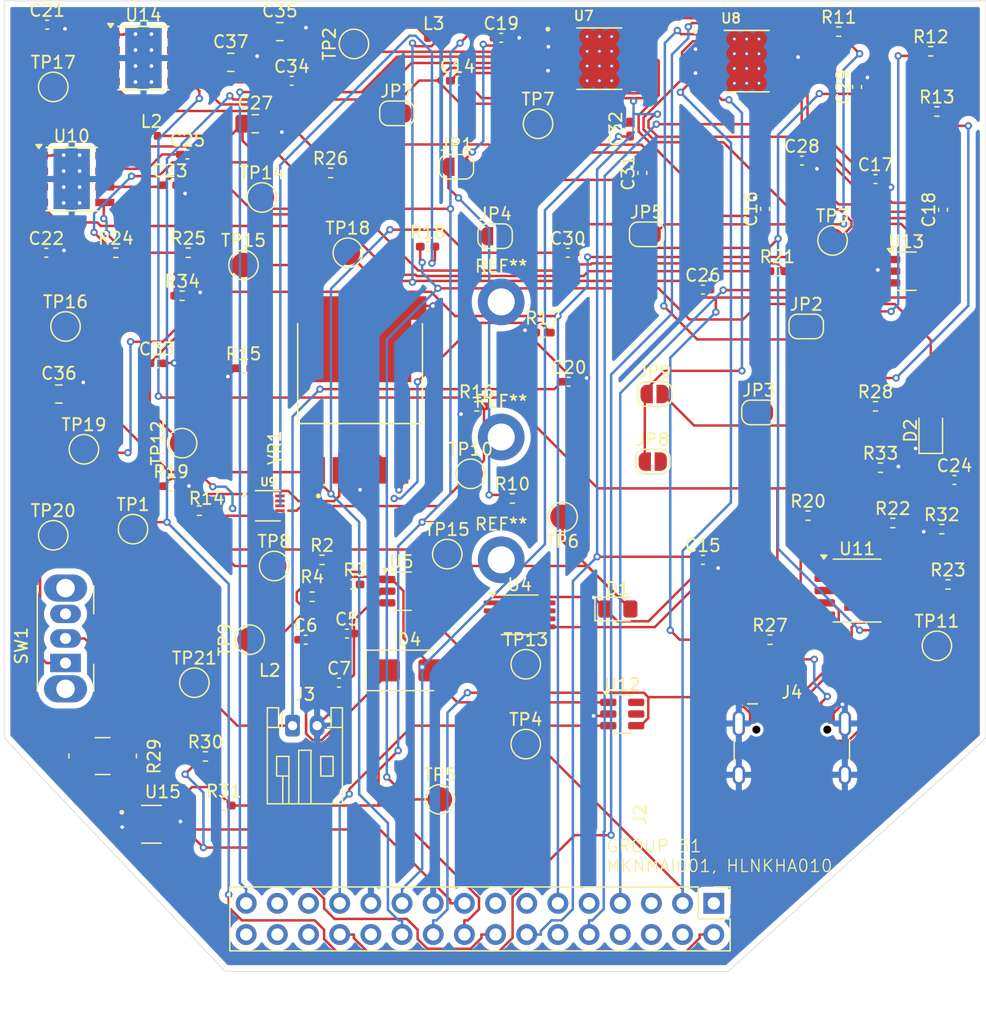
<source format=kicad_pcb>
(kicad_pcb (version 20241229) (generator "pcbnew") (generator_version "9.0")
  (layers (0 "F.Cu" signal) (2 "B.Cu" signal) (13 "F.Paste" user) (15 "B.Paste" user) (5 "F.SilkS" user "F.Silkscreen") (7 "B.SilkS" user "B.Silkscreen") (1 "F.Mask" user) (3 "B.Mask" user) (25 "Edge.Cuts" user))
  (net 0 "")
  (net 1 "BATT")
  (net 2 "Net-(U7-VCP)")
  (net 3 "GND")
  (net 4 "Net-(U7-VINT)")
  (net 5 "Net-(U8-VCP)")
  (net 6 "Net-(U8-VINT)")
  (net 7 "/Batt")
  (net 8 "HV")
  (net 9 "Net-(U10-VCC)")
  (net 10 "Net-(U11-GND)")
  (net 11 "Net-(U11-VBUS)")
  (net 12 "Net-(U10-BOOT)")
  (net 13 "Net-(U10-SW)")
  (net 14 "5V Out")
  (net 15 "3V3 Out")
  (net 16 "Net-(U14-VCC)")
  (net 17 "EXT_LOAD1_OUT")
  (net 18 "EXT_LOAD2_OUT")
  (net 19 "Net-(U14-SW)")
  (net 20 "Net-(U14-BOOT)")
  (net 21 "Net-(D1-A)")
  (net 22 "Net-(D2-A)")
  (net 23 "MOTOR3_CTRL2")
  (net 24 "CTRL_EXT_LOAD1")
  (net 25 "/USART2_RX")
  (net 26 "I2C1_SDA")
  (net 27 "/MOTOR2_CTRL2")
  (net 28 "Motor2_A_OUT")
  (net 29 "I2C1_SCL")
  (net 30 "/Motor4_B_OUT")
  (net 31 "/Motor2_B_OUT")
  (net 32 "/MOTOR4_CTRL1")
  (net 33 "MOTOR4_CTRL2")
  (net 34 "/MOTOR1_A_OUT")
  (net 36 "/MOTOR3_B_OUT")
  (net 37 "/MOTOR3_A_OUT")
  (net 38 "/USART2_TX")
  (net 39 "/MOTOR1_CTRL2")
  (net 40 "/MOTOR1_CTRL1")
  (net 41 "CTRL_EXT_LOAD2")
  (net 42 "Motor4_A_OUT")
  (net 43 "MOTOR1_B_OUT")
  (net 44 "/MOTOR2_CTRL1")
  (net 45 "/FAST_CHARGE_CTRL")
  (net 46 "/MOTOR3_CTRL1")
  (net 47 "Net-(J4-VBUS-PadA4)")
  (net 49 "Net-(J4-CC2)")
  (net 50 "Net-(U11-DP)")
  (net 51 "Net-(U11-DM)")
  (net 53 "Net-(JP1-A)")
  (net 54 "Net-(JP1-B)")
  (net 55 "Net-(JP2-B)")
  (net 56 "Net-(JP2-A)")
  (net 59 "Net-(JP5-A)")
  (net 60 "Net-(JP5-B)")
  (net 63 "Net-(JP8-A)")
  (net 64 "Net-(JP9-B)")
  (net 65 "Net-(U9-~{PG})")
  (net 66 "Net-(U9-ISET)")
  (net 67 "Net-(U9-ISET2)")
  (net 68 "Net-(U9-TS)")
  (net 69 "Net-(U9-~{CHG})")
  (net 70 "Net-(U9-PRETERM)")
  (net 71 "Net-(U10-PG)")
  (net 72 "Net-(U11-CFG1)")
  (net 73 "Net-(R23-Pad1)")
  (net 74 "Net-(U10-FB)")
  (net 75 "Net-(R25-Pad2)")
  (net 76 "Net-(U14-PG)")
  (net 77 "Net-(U14-FB)")
  (net 78 "Net-(R28-Pad2)")
  (net 79 "Net-(U15-VIN-)")
  (net 80 "Net-(SW1-B)")
  (net 81 "Net-(U15-VIN+)")
  (net 83 "Battery")
  (net 84 "MOTOR1_A_OUT ")
  (net 85 "MOTOR3_A_OUT ")
  (net 86 "Net-(U9-IN)")
  (net 87 "MOTOR1_CTRL2 ")
  (net 88 "MOTOR1_CTRL1 ")
  (net 89 "Motor2_B_OUT ")
  (net 90 "MOTOR2_CTRL1 ")
  (net 91 "MOTOR2_CTRL2 ")
  (net 92 "MOTOR3_CTRL1 ")
  (net 93 "MOTOR4_CTRL1 ")
  (net 94 "Motor4_B_OUT ")
  (net 95 "MOTOR3_B_OUT ")
  (net 103 "Net-(C6-Pad1)")
  (net 104 "Net-(D4-A)")
  (net 105 "Net-(U4-ADJ)")
  (footprint "TestPoint:TestPoint_Pad_D2.0mm" (layer "F.Cu") (at 121 103.5)
    (property "Reference" "TP1")
    (property "Value" "TestPoint")
  )
  (footprint "Resistor_SMD:R_0402_1005Metric_Pad0.72x0.64mm_HandSolder" (layer "F.Cu") (at 176 102.4025)
    (property "Reference" "R20")
    (property "Value" "1k")
  )
  (footprint "LED_SMD:LED_0805_2012Metric_Pad1.15x1.40mm_HandSolder" (layer "F.Cu") (at 160.5 110)
    (property "Reference" "D1")
    (property "Value" "LED")
  )
  (footprint "Jumper:SolderJumper-2_P1.3mm_Open_RoundedPad1.0x1.5mm" (layer "F.Cu") (at 150.5 79.65)
    (property "Reference" "JP4")
    (property "Value" "SolderJumper_2_Open")
  )
  (footprint "Capacitor_SMD:C_0402_1005Metric_Pad0.74x0.62mm_HandSolder" (layer "F.Cu") (at 151 63.5)
    (property "Reference" "C19")
    (property "Value" "2.2uF")
  )
  (footprint "Conveter:VREG_LM2596SX-5.0_NOPB" (layer "F.Cu") (at 139.5 92.17 90)
    (property "Reference" "VR1")
    (property "Value" "LM2596SX-5.0_NOPB")
  )
  (footprint "Resistor_SMD:R_0402_1005Metric_Pad0.72x0.64mm_HandSolder" (layer "F.Cu") (at 151.9025 101)
    (property "Reference" "R10")
    (property "Value" "10k")
  )
  (footprint "TestPoint:TestPoint_Pad_D2.0mm" (layer "F.Cu") (at 115.5 87)
    (property "Reference" "TP16")
    (property "Value" "TestPoint")
  )
  (footprint "Package_SO:SSOP-10-1EP_3.9x4.9mm_P1mm_EP2.1x3.3mm" (layer "F.Cu") (at 180 108.5)
    (property "Reference" "U11")
    (property "Value" "CH224K")
  )
  (footprint "Resistor_SMD:R_0402_1005Metric_Pad0.72x0.64mm_HandSolder" (layer "F.Cu") (at 173.5 82.5)
    (property "Reference" "R21")
    (property "Value" "100k")
  )
  (footprint "Package_TO_SOT_SMD:SOT-23-6" (layer "F.Cu") (at 160.8625 118.55)
    (property "Reference" "U12")
    (property "Value" "TPS22929D")
  )
  (footprint "Capacitor_SMD:C_0402_1005Metric_Pad0.74x0.62mm_HandSolder" (layer "F.Cu") (at 113.9325 81)
    (property "Reference" "C22")
    (property "Value" "220nF")
  )
  (footprint "Package_TO_SOT_SMD:SOT-23-6" (layer "F.Cu") (at 184 82.5)
    (property "Reference" "U13")
    (property "Value" "TPS22929D")
  )
  (footprint "MountingHole:MountingHole_2.2mm_M2_DIN965_Pad_TopBottom" (layer "F.Cu") (at 151 106)
    (property "Reference" "REF**")
    (property "Value" "MountingHole_2.2mm_M2_DIN965_Pad_TopBottom")
  )
  (footprint "TestPoint:TestPoint_Pad_D2.0mm" (layer "F.Cu") (at 132.5 106.5)
    (property "Reference" "TP8")
    (property "Value" "TestPoint")
  )
  (footprint "Inductor_SMD:L_01005_0402Metric_Pad0.57x0.30mm_HandSolder" (layer "F.Cu") (at 132.1375 116)
    (property "Reference" "L2")
    (property "Value" "2.2u")
  )
  (footprint "Capacitor_SMD:C_0402_1005Metric_Pad0.74x0.62mm_HandSolder" (layer "F.Cu") (at 147.4325 67)
    (property "Reference" "C14")
    (property "Value" "0.01uF")
  )
  (footprint "Package_SO:MSOP-8_3x3mm_P0.65mm" (layer "F.Cu") (at 152.5 110.475)
    (property "Reference" "U4")
    (property "Value" "MIC5219YMM")
  )
  (footprint "TestPoint:TestPoint_Pad_D2.0mm" (layer "F.Cu") (at 131.5 76.5)
    (property "Reference" "TP14")
    (property "Value" "TestPoint")
  )
  (footprint "Capacitor_SMD:C_0402_1005Metric_Pad0.74x0.62mm_HandSolder" (layer "F.Cu") (at 187 77.5 90)
    (property "Reference" "C18")
    (property "Value" "0.01uF")
  )
  (footprint "Capacitor_SMD:C_0402_1005Metric_Pad0.74x0.62mm_HandSolder" (layer "F.Cu") (at 167.4325 84)
    (property "Reference" "C26")
    (property "Value" "1uF")
  )
  (footprint "Capacitor_SMD:C_0402_1005Metric_Pad0.74x0.62mm_HandSolder" (layer "F.Cu") (at 156.4325 81)
    (property "Reference" "C30")
    (property "Value" "220nF")
  )
  (footprint "TestPoint:TestPoint_Pad_D2.0mm" (layer "F.Cu") (at 126 116)
    (property "Reference" "TP21")
    (property "Value" "TestPoint")
  )
  (footprint "Connector_USB:USB_C_Receptacle_HCTL_HC-TYPE-C-16P-01A" (layer "F.Cu") (at 174.68 122.425)
    (property "Reference" "J4")
    (property "Value" "USB_C_Receptacle_USB2.0_16P")
  )
  (footprint "TestPoint:TestPoint_Pad_D2.0mm" (layer "F.Cu") (at 114.5 104)
    (property "Reference" "TP20")
    (property "Value" "TestPoint")
  )
  (footprint "Resistor_SMD:R_0402_1005Metric_Pad0.72x0.64mm_HandSolder" (layer "F.Cu") (at 124.0975 100)
    (property "Reference" "R19")
    (property "Value" "10k")
  )
  (footprint "Capacitor_SMD:C_0805_2012Metric_Pad1.18x1.45mm_HandSolder" (layer "F.Cu") (at 128.9625 65.5)
    (property "Reference" "C37")
    (property "Value" "22uF")
  )
  (footprint "Package_SO:Texas_HSOP-8-1EP_3.9x4.9mm_P1.27mm_ThermalVias" (layer "F.Cu") (at 121.85 65.15)
    (property "Reference" "U14")
    (property "Value" "LMR33630ADDA")
  )
  (footprint "Resistor_SMD:R_0402_1005Metric_Pad0.72x0.64mm_HandSolder" (layer "F.Cu") (at 125 84.5)
    (property "Reference" "R34")
    (property "Value" "10k")
  )
  (footprint "Capacitor_SMD:C_0402_1005Metric_Pad0.74x0.62mm_HandSolder" (layer "F.Cu") (at 162.5 74.5 90)
    (property "Reference" "C31")
    (property "Value" "1uF")
  )
  (footprint "Jumper:SolderJumper-2_P1.3mm_Open_RoundedPad1.0x1.5mm" (layer "F.Cu") (at 147.35 74)
    (property "Reference" "JP1")
    (property "Value" "SolderJumper_2_Open")
  )
  (footprint "MountingHole:MountingHole_2.2mm_M2_DIN965_Pad_TopBottom" (layer "F.Cu") (at 151 85)
    (property "Reference" "REF**")
    (property "Value" "MountingHole_2.2mm_M2_DIN965_Pad_TopBottom")
  )
  (footprint "MountingHole:MountingHole_2.2mm_M2_DIN965_Pad_TopBottom" (layer "F.Cu") (at 151 96)
    (property "Reference" "REF**")
    (property "Value" "MountingHole_2.2mm_M2_DIN965_Pad_TopBottom")
  )
  (footprint "Resistor_SMD:R_0402_1005Metric_Pad0.72x0.64mm_HandSolder" (layer "F.Cu") (at 181.5 93.5)
    (property "Reference" "R28")
    (property "Value" "20k")
  )
  (footprint "Jumper:SolderJumper-2_P1.3mm_Open_RoundedPad1.0x1.5mm" (layer "F.Cu") (at 175.85 87)
    (property "Reference" "JP2")
    (property "Value" "SolderJumper_2_Open")
  )
  (footprint "Capacitor_SMD:C_0402_1005Metric_Pad0.74x0.62mm_HandSolder" (layer "F.Cu") (at 181.5 75)
    (property "Reference" "C17")
    (property "Value" "10uF")
  )
  (footprint "Button_Switch_THT:SW_Slide_SPDT_Angled_CK_OS102011MA1Q" (layer "F.Cu") (at 115.5 114.4 90)
    (property "Reference" "SW1")
    (property "Value" "SW_SPDT")
  )
  (footprint "Jumper:SolderJumper-2_P1.3mm_Open_RoundedPad1.0x1.5mm" (layer "F.Cu") (at 142.5 69.65)
    (property "Reference" "JP7")
    (property "Value" "SolderJumper_2_Open")
  )
  (footprint "Resistor_SMD:R_0402_1005Metric_Pad0.72x0.64mm_HandSolder" (layer "F.Cu") (at 186.9025 103.5)
    (property "Reference" "R32")
    (property "Value" "2k")
  )
  (footprint "Resistor_SMD:R_0402_1005Metric_Pad0.72x0.64mm_HandSolder" (layer "F.Cu") (at 186 64.5975)
    (property "Reference" "R12")
    (property "Value" "10k")
  )
  (footprint "Capacitor_SMD:C_0402_1005Metric_Pad0.74x0.62mm_HandSolder" (layer "F.Cu") (at 167.4325 106)
    (property "Reference" "C15")
    (property "Value" "10uF")
  )
  (footprint "TestPoint:TestPoint_Pad_D2.0mm" (layer "F.Cu") (at 146 125.5)
    (property "Reference" "TP5")
    (property "Value" "TestPoint")
  )
  (footprint "Resistor_SMD:R_0402_1005Metric_Pad0.72x0.64mm_HandSolder" (layer "F.Cu") (at 125.5 81)
    (property "Reference" "R25")
    (property "Value" "33k")
  )
  (footprint "TestPoint:TestPoint_Pad_D2.0mm" (layer "F.Cu") (at 178 80)
    (property "Reference" "TP3")
    (property "Value" "TestPoint")
  )
  (footprint "TestPoint:TestPoint_Pad_D2.0mm" (layer "F.Cu") (at 139 64 90)
    (property "Reference" "TP2")
    (property "Value" "TestPoint")
  )
  (footprint "Capacitor_SMD:C_0402_1005Metric_Pad0.74x0.62mm_HandSolder" (layer "F.Cu") (at 135.0675 112.5)
    (property "Reference" "C6")
    (property "Value" "1pF")
  )
  (footprint "Capacitor_SMD:C_0805_2012Metric_Pad1.18x1.45mm_HandSolder" (layer "F.Cu") (at 130.9625 70.5)
    (property "Reference" "C27")
    (property "Value" "22uF")
  )
  (footprint "Capacitor_SMD:C_0402_1005Metric_Pad0.74x0.62mm_HandSolder" (layer "F.Cu") (at 161.5 70.9325 90)
    (property "Reference" "C32")
    (property "Value" "10uF")
  )
  (footprint "Capacitor_SMD:C_0805_2012Metric_Pad1.18x1.45mm_HandSolder" (layer "F.Cu") (at 132.9625 63)
    (property "Reference" "C35")
    (property "Value" "22uF")
  )
  (footprint "Package_TO_SOT_SMD:SOT-23-5" (layer "F.Cu") (at 142.8625 108.55)
    (property "Reference" "U5")
    (property "Value" "TPS613222ADBV")
  )
  (footprint "Resistor_SMD:R_0402_1005Metric_Pad0.72x0.64mm_HandSolder" (layer "F.Cu") (at 187.4025 108)
    (property "Reference" "R23")
    (property "Value" "4.7k")
  )
  (footprint "Capacitor_SMD:C_0402_1005Metric_Pad0.74x0.62mm_HandSolder" (layer "F.Cu") (at 175.5 73.5)
    (property "Reference" "C28")
    (property "Value" "1uF")
  )
  (footprint "Package_SO:Texas_HSOP-8-1EP_3.9x4.9mm_P1.27mm_ThermalVias" (layer "F.Cu") (at 116 75)
    (property "Reference" "U10")
    (property "Value" "LMR33630ADDA")
  )
  (footprint "Jumper:SolderJumper-2_P1.3mm_Open_RoundedPad1.0x1.5mm" (layer "F.Cu") (at 172 94)
    (property "Reference" "JP3")
    (property "Value" "SolderJumper_2_Open")
  )
  (footprint "Resistor_SMD:R_Shunt_Ohmite_LVK20" (layer "F.Cu") (at 118.525 121.975 -90)
    (property "Reference" "R29")
    (property "Value" "3m")
  )
  (footprint "Resistor_SMD:R_0402_1005Metric_Pad0.72x0.64mm_HandSolder" (layer "F.Cu") (at 186.5 69.5)
    (property "Reference" "R13")
    (property "Value" "10k")
  )
  (footprint "TestPoint:TestPoint_Pad_D2.0mm" (layer "F.Cu") (at 153 121)
    (property "Reference" "TP4")
    (property "Value" "TestPoint")
  )
  (footprint "Resistor_SMD:R_0402_1005Metric_Pad0.72x0.64mm_HandSolder" (layer "F.Cu") (at 126.9025 122)
    (property "Reference" "R30")
    (property "Value" "4.7k")
  )
  (footprint "Resistor_SMD:R_0402_1005Metric_Pad0.72x0.64mm_HandSolder" (layer "F.Cu") (at 128.4025 126)
    (property "Reference" "R31")
    (property "Value" "4.7k")
  )
  (footprint "Resistor_SMD:R_0402_1005Metric_Pad0.72x0.64mm_HandSolder" (layer "F.Cu") (at 119.5975 81)
    (property "Reference" "R24")
    (property "Value" "100k")
  )
  (footprint "Resistor_SMD:R_0402_1005Metric_Pad0.72x0.64mm_HandSolder" (layer "F.Cu") (at 182.9025 103)
    (property "Reference" "R22")
    (property "Value" "10k")
  )
  (footprint "Resistor_SMD:R_0402_1005Metric_Pad0.72x0.64mm_HandSolder" (layer "F.Cu") (at 181.9025 98.5)
    (property "Reference" "R33")
    (property "Value" "4.7k")
  )
  (footprint "TestPoint:TestPoint_Pad_D2.0mm" (layer "F.Cu") (at 117 97)
    (property "Reference" "TP19")
    (property "Value" "TestPoint")
  )
  (footprint "DRV8833PWPR:IC_DRV8833PWPR" (layer "F.Cu") (at 171 65.4)
    (property "Reference" "U8")
    (property "Value" "DRV8833PWPR")
  )
  (footprint "TestPoint:TestPoint_Pad_D2.0mm" (layer "F.Cu") (at 130.5 112.5 90)
    (property "Reference" "TP9")
    (property "Value" "TestPoint")
  )
  (footprint "Inductor_SMD:L_0402_1005Metric" (layer "F.Cu") (at 145.5 63.515)
    (property "Reference" "L3")
    (property "Value" "1.5uH")
  )
  (footprint "TestPoint:TestPoint_Pad_D2.0mm" (layer "F.Cu") (at 138.5 81)
    (property "Reference" "TP18")
    (property "Value" "TestPoint")
  )
  (footprint "TestPoint:TestPoint_Pad_D2.0mm" (layer "F.Cu") (at 186.5 113)
    (property "Reference" "TP11")
    (property "Value" "TestPoint")
  )
  (footprint "Capacitor_SMD:C_0402_1005Metric_Pad0.74x0.62mm_HandSolder" (layer "F.Cu") (at 180 67.5 90)
    (property "Reference" "C29")
    (property "Value" "10uF")
  )
  (footprint "Capacitor_SMD:C_0402_1005Metric_Pad0.74x0.62mm_HandSolder" (layer "F.Cu") (at 124 75.5)
    (property "Reference" "C23")
    (property "Value" "1uF")
  )
  (footprint "TestPoint:TestPoint_Pad_D2.0mm" (layer "F.Cu") (at 148.5 99)
    (property "Reference" "TP10")
    (property "Value" "TestPoint")
  )
  (footprint "Capacitor_SMD:C_0402_1005Metric_Pad0.74x0.62mm_HandSolder" (layer "F.Cu") (at 125.4325 73)
    (property "Reference" "C25")
    (property "Value" "100nF")
  )
  (footprint "TestPoint:TestPoint_Pad_D2.0mm" (layer "F.Cu") (at 156 102.5 180)
    (property "Reference" "TP6")
    (property "Value" "TestPoint")
  )
  (footprint "Resistor_SMD:R_0402_1005Metric_Pad0.72x0.64mm_HandSolder" (layer "F.Cu") (at 172.9025 112.5)
    (property "Reference" "R27")
    (property "Value" "100k")
  )
  (footprint "Resistor_SMD:R_0402_1005Metric_Pad0.72x0.64mm_HandSolder" (layer "F.Cu") (at 154.4025 87.5)
    (property "Reference" "R17")
    (property "Value" "10k")
  )
  (footprint "Resistor_SMD:R_0402_1005Metric_Pad0.72x0.64mm_HandSolder" (layer "F.Cu") (at 145 80.5)
    (property "Reference" "R18")
    (property "Value" "1k")
  )
  (footprint "TestPoint:TestPoint_Pad_D2.0mm" (layer "F.Cu") (at 153 114.5)
    (property "Reference" "TP13")
    (property "Value" "TestPoint")
  )
  (footprint "Capacitor_SMD:C_0402_1005Metric_Pad0.74x0.62mm_HandSolder" (layer "F.Cu") (at 114 62.4325)
    (property "Reference" "C21")
    (property "Value" "10uF")
  )
  (footprint "Battery Charger:SON40P200X200X80-11N" (layer "F.Cu") (at 131.985 101.6)
    (property "Reference" "U9")
    (property "Value" "BQ24040DSQR")
  )
  (footprint "Resistor_SMD:R_0402_1005Metric_Pad0.72x0.64mm_HandSolder" (layer "F.Cu") (at 137.0975 74.5)
    (property "Reference" "R26")
    (property "Value" "100k")
  )
  (footprint "Capacitor_SMD:C_0402_1005Metric_Pad0.74x0.62mm_HandSolder" (layer "F.Cu") (at 138.4325 112)
    (property "Reference" "C5")
    (property "Value" "1uF")
  )
  (footprint "TestPoint:TestPoint_Pad_D2.0mm" (layer "F.Cu") (at 130 82)
    (property "Reference" "TP15")
    (property "Value" "TestPoint")
  )
  (footprint "Capacitor_SMD:C_0805_2012Metric_Pad1.18x1.45mm_HandSolder" (layer "F.Cu") (at 114.9625 92.5)
    (property "Reference" "C36")
    (property "Value" "22uF")
  )
  (footprint "Jumper:SolderJumper-2_P1.3mm_Open_RoundedPad1.0x1.5mm" (layer "F.Cu") (at 163.35 98)
    (property "Reference" "JP8")
    (property "Value" "SolderJumper_2_Open")
  )
  (footprint "Capacitor_SMD:C_0402_1005Metric_Pad0.74x0.62mm_HandSolder" (layer "F.Cu") (at 122.9325 90)
    (property "Reference" "C33")
    (property "Value" "10uF")
  )
  (footprint "Diode_SMD:D_SMA" (layer "F.Cu") (at 143.5 115)
    (property "Reference" "D4")
    (property "Value" "SS34")
  )
  (footprint "Capacitor_SMD:C_0402_1005Metric_Pad0.74x0.62mm_HandSolder" (layer "F.Cu") (at 187.9325 99.5)
    (property "Reference" "C24")
    (property "Value" "1uF")
  )
  (footprint "Capacitor_SMD:C_0402_1005Metric_Pad0.74x0.62mm_HandSolder" (layer "F.Cu") (at 172.5 77.4325 90)
    (property "Reference" "C16")
    (property "Value" "2.2uF")
  )
  (footprint "Capacitor_SMD:C_0402_1005Metric_Pad0.74x0.62mm_HandSolder" (layer "F.Cu") (at 137.785 116)
    (property "Reference" "C7")
    (property "Value" "2.2uF")
  )
  (footprint "DRV8833PWPR:IC_DRV8833PWPR" (layer "F.Cu") (at 159 65.2)
    (property "Reference" "U7")
    (property "Value" "DRV8833PWPR")
  )
  (footprint "Resistor_SMD:R_0402_1005Metric_Pad0.72x0.64mm_HandSolder" (layer "F.Cu") (at 126.4025 102)
    (property "Reference" "R14")
    (property "Value" "1k")
  )
  (footprint "Connector_JST:JST_PH_S2B-PH-K_1x02_P2.00mm_Horizontal" (layer "F.Cu") (at 134 119.5)
    (property "Reference" "J3")
    (property "Value" "Conn_01x02_Pin")
  )
  (footprint "TestPoint:TestPoint_Pad_D2.0mm" (layer "F.Cu") (at 146.605 105.53)
    (property "Reference" "TP15")
    (property "Value" "TestPoint")
  )
  (footprint "Capacitor_SMD:C_0402_1005Metric_Pad0.74x0.62mm_HandSolder" (layer "F.Cu") (at 156.5 91.5)
    (property "Reference" "C20")
    (property "Value" "10uF")
  )
  (footprint "TestPoint:TestPoint_Pad_D2.0mm" (layer "F.Cu") (at 125 96.5 90)
    (property "Reference" "TP12")
    (property "Value" "TestPoint")
  )
  (footprint "Connector_PinHeader_2.54mm:PinHeader_2x16_P2.54mm_Vertical" (layer "F.Cu") (at 168.32 133.96 -90)
    (property "Reference" "J2")
    (property "Value" "Conn_02x16_Odd_Even")
  )
  (footprint "Resistor_SMD:R_0402_1005Metric_Pad0.72x0.64mm_HandSolder" (layer "F.Cu") (at 136.4025 106)
    (property "Reference" "R2")
    (property "Value" "150k")
  )
  (footprint "Resistor_SMD:R_0402_1005Metric_Pad0.72x0.64mm_HandSolder" (layer "F.Cu") (at 138.9025 108)
    (property "Reference" "R3")
    (property "Value" "100k")
  )
  (footprint "Resistor_SMD:R_0402_1005Metric_Pad0.72x0.64mm_HandSolder" (layer "F.Cu") (at 149 93.5)
    (property "Reference" "R16")
    (property "Value" "4.7k")
  )
  (footprint "Jumper:SolderJumper-2_P1.3mm_Open_RoundedPad1.0x1.5mm" (layer "F.Cu") (at 162.85 79.5)
    (property "Reference" "JP5")
    (property "Value" "SolderJumper_2_Open")
  )
  (footprint "INA219BIDCNR:SOT65P280X145-8N" (layer "F.Cu") (at 122.5 127.525)
    (property "Reference" "U15")
    (property "Value" "INA219BIDCNR")
  )
  (footprint "Resistor_SMD:R_0402_1005Metric_Pad0.72x0.64mm_HandSolder" (layer "F.Cu") (at 130 90.4025)
    (property "Reference" "R15")
    (property "Value" "2k")
  )
  (footprint "TestPoint:TestPoint_Pad_D2.0mm" (layer "F.Cu") (at 154 70.5)
    (property "Reference" "TP7")
    (property "Value" "TestPoint")
  )
  (footprint "Jumper:SolderJumper-2_P1.3mm_Open_RoundedPad1.0x1.5mm" (layer "F.Cu") (at 163.5 92.5)
    (property "Reference" "JP9")
    (property "Value" "SolderJumper_2_Open")
  )
  (footprint "Capacitor_SMD:C_0402_1005Metric_Pad0.74x0.62mm_HandSolder" (layer "F.Cu") (at 133.9325 67)
    (property "Reference" "C34")
    (property "Value" "100nF")
  )
  (footprint "Resistor_SMD:R_0402_1005Metric_Pad0.72x0.64mm_HandSolder" (layer "F.Cu") (at 178.5 63)
    (property "Reference" "R11")
    (property "Value" "10k")
  )
  (footprint "Inductor_SMD:L_0402_1005Metric" (layer "F.Cu") (at 122.5 71.485)
    (property "Reference" "L2")
    (property "Value" "1.2uH")
  )
  (footprint "LED_SMD:LED_0805_2012Metric_Pad1.15x1.40mm_HandSolder" (layer "F.Cu") (at 186 95.475 90)
    (property "Reference" "D2")
    (property "Value" "LED")
  )
  (footprint "TestPoint:TestPoint_Pad_D2.0mm" (layer "F.Cu") (at 114.5 67.5)
    (property "Reference" "TP17")
    (property "Value" "TestPoint")
  )
  (footprint "Resistor_SMD:R_0402_1005Metric_Pad0.72x0.64mm_HandSolder" (layer "F.Cu") (at 135.5975 109)
    (property "Reference" "R4")
    (property "Value" "10")
  )
  (gr_line (start 169.5 139.5) (end 128.5 139.5) (stroke (width 0.05)) (layer "Edge.Cuts"))
  (gr_line (start 190.5 60.5) (end 190.5 120.5) (stroke (width 0.05)) (layer "Edge.Cuts"))
  (gr_line (start 110.5 60.5) (end 110.5 120.5) (stroke (width 0.05)) (layer "Edge.Cuts"))
  (gr_line (start 110.5 120.5) (end 128.5 139.5) (stroke (width 0.05)) (layer "Edge.Cuts"))
  (gr_line (start 190.5 120.5) (end 169.5 139.5) (stroke (width 0.05)) (layer "Edge.Cuts"))
  (gr_line (start 110.5 60.5) (end 190.5 60.5) (stroke (width 0.05)) (layer "Edge.Cuts"))
  (gr_text "GROUP 51\nMKNMAI001, HLNKHA010" (at 159.5 131.5 0) (layer "F.SilkS") (effects (font (size 1 1) (thickness 0.1)) (justify left bottom)))
  (segment (start 161.7837 68.4153) (end 161.7837 68.6552) (width 0.2) (layer "F.Cu") (net 1))
  (segment (start 151.28013 109.025) (end 153.73113 111.476) (width 0.2) (layer "F.Cu") (net 1))
  (segment (start 168.405676 105.389) (end 167.476 105.389) (width 0.2) (layer "F.Cu") (net 1))
  (segment (start 187.6357 78.4696) (end 187.3665 78.7388) (width 0.2) (layer "F.Cu") (net 1))
  (segment (start 175.7068 71.5596) (end 163.759 71.5596) (width 0.2) (layer "F.Cu") (net 1))
  (segment (start 166.6143 105.7493) (end 158.8148 105.7493) (width 0.2) (layer "F.Cu") (net 1))
  (segment (start 175.9582 67.0525) (end 175.9582 70.0257) (width 0.2) (layer "F.Cu") (net 1))
  (segment (start 169.2709 106.254224) (end 168.405676 105.389) (width 0.2) (layer "F.Cu") (net 1))
  (segment (start 163.0012 70.8018) (end 163.0012 70.2346) (width 0.2) (layer "F.Cu") (net 1))
  (segment (start 169.2709 106.918843) (end 169.2709 106.254224) (width 0.2) (layer "F.Cu") (net 1))
  (segment (start 153.73113 111.476) (end 163.511743 111.476) (width 0.2) (layer "F.Cu") (net 1))
  (segment (start 166.865 106) (end 166.6143 105.7493) (width 0.2) (layer "F.Cu") (net 1))
  (segment (start 187.3665 78.7388) (end 185.1986 78.7388) (width 0.2) (layer "F.Cu") (net 1))
  (segment (start 174.6307 65.725) (end 175.9582 67.0525) (width 0.2) (layer "F.Cu") (net 1))
  (segment (start 175.9582 70.0257) (end 180.9325 75) (width 0.2) (layer "F.Cu") (net 1))
  (segment (start 185.1986 78.7388) (end 184.6477 78.1879) (width 0.2) (layer "F.Cu") (net 1))
  (segment (start 149.4153 68.4153) (end 148 67) (width 0.2) (layer "F.Cu") (net 1))
  (segment (start 162.621 65.525) (end 163.4053 66.3093) (width 0.2) (layer "F.Cu") (net 1))
  (segment (start 162.9102 68.4153) (end 161.7837 68.4153) (width 0.2) (layer "F.Cu") (net 1))
  (segment (start 163.5193 69.7165) (end 163.7318 69.7165) (width 0.2) (layer "F.Cu") (net 1))
  (segment (start 182.3351 78.1879) (end 175.7068 71.5596) (width 0.2) (layer "F.Cu") (net 1))
  (segment (start 163.4053 67.9202) (end 162.9102 68.4153) (width 0.2) (layer "F.Cu") (net 1))
  (segment (start 163.511743 111.476) (end 167.716843 107.2709) (width 0.2) (layer "F.Cu") (net 1))
  (segment (start 173.9 65.725) (end 174.6307 65.725) (width 0.2) (layer "F.Cu") (net 1))
  (segment (start 168.918843 107.2709) (end 169.2709 106.918843) (width 0.2) (layer "F.Cu") (net 1))
  (segment (start 182.865 76.9325) (end 180.9325 75) (width 0.2) (layer "F.Cu") (net 1))
  (segment (start 167.476 105.389) (end 166.865 106) (width 0.2) (layer "F.Cu") (net 1))
  (segment (start 187 76.9325) (end 182.865 76.9325) (width 0.2) (layer "F.Cu") (net 1))
  (segment (start 187 76.9325) (end 187.6357 77.5682) (width 0.2) (layer "F.Cu") (net 1))
  (segment (start 150.3875 109.025) (end 151.28013 109.025) (width 0.2) (layer "F.Cu") (net 1))
  (segment (start 187.6357 77.5682) (end 187.6357 78.4696) (width 0.2) (layer "F.Cu") (net 1))
  (segment (start 161.7837 68.4153) (end 149.4153 68.4153) (width 0.2) (layer "F.Cu") (net 1))
  (segment (start 163.0012 70.2346) (end 163.5193 69.7165) (width 0.2) (layer "F.Cu") (net 1))
  (segment (start 163.759 71.5596) (end 163.0012 70.8018) (width 0.2) (layer "F.Cu") (net 1))
  (segment (start 184.6477 78.1879) (end 182.3351 78.1879) (width 0.2) (layer "F.Cu") (net 1))
  (segment (start 163.4053 66.3093) (end 163.4053 67.9202) (width 0.2) (layer "F.Cu") (net 1))
  (segment (start 161.9 65.525) (end 162.621 65.525) (width 0.2) (layer "F.Cu") (net 1))
  (segment (start 167.716843 107.2709) (end 168.918843 107.2709) (width 0.2) (layer "F.Cu") (net 1))
  (via (at 161.7837 68.6552) (size 0.6) (drill 0.3) (layers "F.Cu" "B.Cu") (net 1))
  (via (at 163.7318 69.7165) (size 0.6) (drill 0.3) (layers "F.Cu" "B.Cu") (net 1))
  (via (at 158.8148 105.7493) (size 0.6) (drill 0.3) (layers "F.Cu" "B.Cu") (net 1))
  (segment (start 156.837 107.7271) (end 158.8148 105.7493) (width 0.2) (layer "B.Cu") (net 1))
  (segment (start 156.837 134.4313) (end 156.837 107.7271) (width 0.2) (layer "B.Cu") (net 1))
  (segment (start 163.7318 69.7165) (end 161.7837 69.7165) (width 0.2) (layer "B.Cu") (net 1))
  (segment (start 158.8148 74.2201) (end 161.7837 71.2512) (width 0.2) (layer "B.Cu") (net 1))
  (segment (start 154.2317 136.5) (end 154.2317 136.212) (width 0.2) (layer "B.Cu") (net 1))
  (segment (start 153.08 136.5) (end 154.2317 136.5) (width 0.2) (layer "B.Cu") (net 1))
  (segment (start 161.7837 69.7165) (end 161.7837 68.6552) (width 0.2) (layer "B.Cu") (net 1))
  (segment (start 158.8148 105.7493) (end 158.8148 74.2201) (width 0.2) (layer "B.Cu") (net 1))
  (segment (start 155.0954 135.3483) (end 155.92 135.3483) (width 0.2) (layer "B.Cu") (net 1))
  (segment (start 155.92 135.3483) (end 156.837 134.4313) (width 0.2) (layer "B.Cu") (net 1))
  (segment (start 161.7837 71.2512) (end 161.7837 69.7165) (width 0.2) (layer "B.Cu") (net 1))
  (segment (start 154.2317 136.212) (end 155.0954 135.3483) (width 0.2) (layer "B.Cu") (net 1))
  (segment (start 163.0036 67.7465) (end 163.0036 66.5088) (width 0.2) (layer "F.Cu") (net 2))
  (segment (start 153.1608 68.0121) (end 162.738 68.0121) (width 0.2) (layer "F.Cu") (net 2))
  (segment (start 146.865 67) (end 147.4955 66.3695) (width 0.2) (layer "F.Cu") (net 2))
  (segment (start 162.6698 66.175) (end 161.9 66.175) (width 0.2) (layer "F.Cu") (net 2))
  (segment (start 151.5182 66.3695) (end 153.1608 68.0121) (width 0.2) (layer "F.Cu") (net 2))
  (segment (start 147.4955 66.3695) (end 151.5182 66.3695) (width 0.2) (layer "F.Cu") (net 2))
  (segment (start 163.0036 66.5088) (end 162.6698 66.175) (width 0.2) (layer "F.Cu") (net 2))
  (segment (start 162.738 68.0121) (end 163.0036 67.7465) (width 0.2) (layer "F.Cu") (net 2))
  (segment (start 182.735 75.6675) (end 182.0675 75) (width 0.2) (layer "F.Cu") (net 3))
  (segment (start 158.5 109.025) (end 158.537 109.062) (width 0.2) (layer "F.Cu") (net 3))
  (segment (start 153.805 87.5) (end 153.6163 87.3113) (width 0.2) (layer "F.Cu") (net 3))
  (segment (start 168 106) (end 162.999 111.001) (width 0.2) (layer "F.Cu") (net 3))
  (segment (start 130.5045 64.9955) (end 130 65.5) (width 0.2) (layer "F.Cu") (net 3))
  (segment (start 120.2717 63.2) (end 120.2267 63.245) (width 0.2) (layer "F.Cu") (net 3))
  (segment (start 134.3235 62.6765) (end 134 63) (width 0.2) (layer "F.Cu") (net 3))
  (segment (start 116.9453 91.5547) (end 116 92.5) (width 0.2) (layer "F.Cu") (net 3))
  (segment (start 121.1507 127.7557) (end 121.245 127.85) (width 0.2) (layer "F.Cu") (net 3))
  (segment (start 138.3525 117.1475) (end 136 119.5) (width 0.2) (layer "F.Cu") (net 3))
  (segment (start 116.65 75.65) (end 116 75) (width 0.2) (layer "F.Cu") (net 3))
  (segment (start 185.5756 96.9244) (end 186 96.5) (width 0.2) (layer "F.Cu") (net 3))
  (segment (start 126.4746 84.224) (end 125.8735 84.224) (width 0.2) (layer "F.Cu") (net 3))
  (segment (start 139.6679 85.3321) (end 145.4311 85.3321) (width 0.2) (layer "F.Cu") (net 3))
  (segment (start 124.8619 127.3053) (end 123.8603 127.3053) (width 0.2) (layer "F.Cu") (net 3))
  (segment (start 114.6893 80.8107) (end 114.5 81) (width 0.2) (layer "F.Cu") (net 3))
  (segment (start 170.36 119.32) (end 170.36 117.9683) (width 0.2) (layer "F.Cu") (net 3))
  (segment (start 168.1 66.375) (end 166.8306 66.375) (width 0.2) (layer "F.Cu") (net 3))
  (segment (start 138.3525 116) (end 138.3525 117.1475) (width 0.2) (layer "F.Cu") (net 3))
  (segment (start 180.2066 66.7259) (end 180.8378 66.7259) (width 0.2) (layer "F.Cu") (net 3))
  (segment (start 181.6826 82.3987) (end 182.7612 82.3987) (width 0.2) (layer "F.Cu") (net 3))
  (segment (start 182.5971 98.4029) (end 182.5 98.5) (width 0.2) (layer "F.Cu") (net 3))
  (segment (start 157.3686 91.1989) (end 157.0675 91.5) (width 0.2) (layer "F.Cu") (net 3))
  (segment (start 147.7702 94.1323) (end 148.4025 93.5) (width 0.2) (layer "F.Cu") (net 3))
  (segment (start 154.6125 109.025) (end 158.5 109.025) (width 0.2) (layer "F.Cu") (net 3))
  (segment (start 139.5 85.5) (end 139.6679 85.3321) (width 0.2) (layer "F.Cu") (net 3))
  (segment (start 124.3714 89.9758) (end 123.5242 89.9758) (width 0.2) (layer "F.Cu") (net 3))
  (segment (start 157.9636 91.1989) (end 157.3686 91.1989) (width 0.2) (layer "F.Cu") (net 3))
  (segment (start 154.8433 64.225) (end 156.1 64.225) (width 0.2) (layer "F.Cu") (net 3))
  (segment (start 186.0948 103.7102) (end 186.305 103.5) (width 0.2) (layer "F.Cu") (net 3))
  (segment (start 153.805 88.2375) (end 157.0675 91.5) (width 0.2) (layer "F.Cu") (net 3))
  (segment (start 121.2 63.2) (end 120.2717 63.2) (width 0.2) (layer "F.Cu") (net 3))
  (segment (start 139 115.3525) (end 138.3525 116) (width 0.2) (layer "F.Cu") (net 3))
  (segment (start 115.3735 80.8107) (end 114.6893 80.8107) (width 0.2) (layer "F.Cu") (net 3))
  (segment (start 183.3624 98.4029) (end 182.5971 98.4029) (width 0.2) (layer "F.Cu") (net 3))
  (segment (start 170.36 117.9683) (end 170.7683 117.9683) (width 0.2) (layer "F.Cu") (net 3))
  (segment (start 161.1999 70.6651) (end 161.5 70.365) (width 0.2) (layer "F.Cu") (net 3))
  (segment (start 156.1 66.175) (end 154.8106 66.175) (width 0.2) (layer "F.Cu") (net 3))
  (segment (start 125.5608 99.9864) (end 124.7086 99.9864) (width 0.2) (layer "F.Cu") (net 3))
  (segment (start 161.6543 74.0121) (end 162.4204 74.0121) (width 0.2) (layer "F.Cu") (net 3))
  (segment (start 120.1224 127.7557) (end 121.1507 127.7557) (width 0.2) (layer "F.Cu") (net 3))
  (segment (start 162.999 111.001) (end 160.476 111.001) (width 0.2) (layer "F.Cu") (net 3))
  (segment (start 139.5 98.715) (end 139.5 100.2972) (width 0.2) (layer "F.Cu") (net 3))
  (segment (start 115.4555 62.7723) (end 114.9073 62.7723) (width 0.2) (layer "F.Cu") (net 3))
  (segment (start 153.6163 87.3113) (end 152.9409 87.3113) (width 0.2) (layer "F.Cu") (net 3))
  (segment (start 157 81) (end 157.6702 80.3298) (width 0.2) (layer "F.Cu") (net 3))
  (segment (start 139 110.920532) (end 139 112) (width 0.2) (layer "F.Cu") (net 3))
  (segment (start 142.9 98.715) (end 142.9 100.0967) (width 0.2) (layer "F.Cu") (net 3))
  (segment (start 124.7086 99.9864) (end 124.695 100) (width 0.2) (layer "F.Cu") (net 3))
  (segment (start 135.0923 62.6765) (end 134.3235 62.6765) (width 0.2) (layer "F.Cu") (net 3))
  (segment (start 128.7305 91.0745) (end 129.4025 90.4025) (width 0.2) (layer "F.Cu") (net 3))
  (segment (start 114.4217 73.05) (end 114.3767 73.095) (width 0.2) (layer "F.Cu") (net 3))
  (segment (start 114.9073 62.7723) (end 114.5675 62.4325) (width 0.2) (layer "F.Cu") (net 3))
  (segment (start 119.15 63.245) (end 120.2267 63.245) (width 0.2) (layer "F.Cu") (net 3))
  (segment (start 168.1 64.425) (end 166.8315 64.425) (width 0.2) (layer "F.Cu") (net 3))
  (segment (start 176.0675 73.5) (end 176.7296 74.1621) (width 0.2) (layer "F.Cu") (net 3))
  (segment (start 132.675 71.175) (end 132 70.5) (width 0.2) (layer "F.Cu") (net 3))
  (segment (start 182.7612 82.3987) (end 182.8625 82.5) (width 0.2) (layer "F.Cu") (net 3))
  (segment (start 158.537 109.062) (end 159.475 110) (width 0.2) (layer "F.Cu") (net 3))
  (segment (start 131.1158 64.9955) (end 130.5045 64.9955) (width 0.2) (layer "F.Cu") (net 3))
  (segment (start 185.4252 103.7102) (end 186.0948 103.7102) (width 0.2) (layer "F.Cu") (net 3))
  (segment (start 168 83.1875) (end 168 84) (width 0.2) (layer "F.Cu") (net 3))
  (segment (start 170.7683 117.9683) (end 171.48 118.68) (width 0.2) (layer "F.Cu") (net 3))
  (segment (start 184.7654 96.9244) (end 185.5756 96.9244) (width 0.2) (layer "F.Cu") (net 3))
  (segment (start 172.1669 76.5319) (end 172.5 76.865) (width 0.2) (layer "F.Cu") (net 3))
  (segment (start 139 112) (end 139 115.3525) (width 0.2) (layer "F.Cu") (net 3))
  (segment (start 168 106) (end 168.6699 106.6699) (width 0.2) (layer "F.Cu") (net 3))
  (segment (start 178.7997 117.7603) (end 177.88 118.68) (width 0.2) (layer "F.Cu") (net 3))
  (segment (start 123.8603 127.3053) (end 123.755 127.2) (width 0.2) (layer "F.Cu") (net 3))
  (segment (start 153.805 87.5) (end 153.805 88.2375) (width 0.2) (layer "F.Cu") (net 3))
  (segment (start 113.3 73.095) (end 114.3767 73.095) (width 0.2) (layer "F.Cu") (net 3))
  (segment (start 160.476 111.001) (end 159.475 110) (width 0.2) (layer "F.Cu") (net 3))
  (segment (start 180 66.9325) (end 180.2066 66.7259) (width 0.2) (layer "F.Cu") (net 3))
  (segment (start 133.1237 71.175) (end 132.675 71.175) (width 0.2) (layer "F.Cu") (net 3))
  (segment (start 124.5675 75.5) (end 125.2447 76.1772) (width 0.2) (layer "F.Cu") (net 3))
  (segment (start 142.9 100.0967) (end 142.8713 100.0967) (width 0.2) (layer "F.Cu") (net 3))
  (segment (start 175.1898 65.075) (end 173.9 65.075) (width 0.2) (layer "F.Cu") (net 3))
  (segment (start 159.5731 118.7019) (end 159.725 118.55) (width 0.2) (layer "F.Cu") (net 3))
  (segment (start 123.5242 89.9758) (end 123.5 90) (width 0.2) (layer "F.Cu") (net 3))
  (segment (start 171.6655 76.5319) (end 172.1669 76.5319) (width 0.2) (layer "F.Cu") (net 3))
  (segment (start 147.7249 94.1323) (end 147.7702 94.1323) (width 0.2) (layer "F.Cu") (net 3))
  (segment (start 115.35 73.05) (end 114.4217 73.05) (width 0.2) (layer "F.Cu") (net 3))
  (segment (start 160.676 70.6651) (end 161.1999 70.6651) (width 0.2) (layer "F.Cu") (net 3))
  (segment (start 142.8713 100.0967) (end 142.6617 100.3063) (width 0.2) (layer "F.Cu") (net 3))
  (segment (start 162.4204 74.0121) (end 162.5 73.9325) (width 0.2) (layer "F.Cu") (net 3))
  (segment (start 122.5 65.8) (end 121.85 65.15) (width 0.2) (layer "F.Cu") (net 3))
  (segment (start 141.725 108.55) (end 141.370532 108.55) (width 0.2) (layer "F.Cu") (net 3))
  (segment (start 125.8735 84.224) (end 125.5975 84.5) (width 0.2) (layer "F.Cu") (net 3))
  (segment (start 141.370532 108.55) (end 139 110.920532) (width 0.2) (layer "F.Cu") (net 3))
  (segment (start 151.5675 63.5) (end 152.47 63.5) (width 0.2) (layer "F.Cu") (net 3))
  (segment (start 158.5279 118.7019) (end 159.5731 118.7019) (width 0.2) (layer "F.Cu") (net 3))
  (via (at 126.4746 84.224) (size 0.6) (drill 0.3) (layers "F.Cu" "B.Cu") (net 3))
  (via (at 125.5608 99.9864) (size 0.6) (drill 0.3) (layers "F.Cu" "B.Cu") (net 3))
  (via (at 125.2447 76.1772) (size 0.6) (drill 0.3) (layers "F.Cu" "B.Cu") (net 3))
  (via (at 133.1237 71.175) (size 0.6) (drill 0.3) (layers "F.Cu" "B.Cu") (net 3))
  (via (at 157.6702 80.3298) (size 0.6) (drill 0.3) (layers "F.Cu" "B.Cu") (net 3))
  (via (at 168 83.1875) (size 0.6) (drill 0.3) (layers "F.Cu" "B.Cu") (net 3))
  (via (at 184.7654 96.9244) (size 0.6) (drill 0.3) (layers "F.Cu" "B.Cu") (net 3))
  (via (at 154.8106 66.175) (size 0.6) (drill 0.3) (layers "F.Cu" "B.Cu") (net 3))
  (via (at 175.1898 65.075) (size 0.6) (drill 0.3) (layers "F.Cu" "B.Cu") (net 3))
  (via (at 139.5 100.2972) (size 0.6) (drill 0.3) (layers "F.Cu" "B.Cu") (net 3))
  (via (at 171.6655 76.5319) (size 0.6) (drill 0.3) (layers "F.Cu" "B.Cu") (net 3))
  (via (at 183.3624 98.4029) (size 0.6) (drill 0.3) (layers "F.Cu" "B.Cu") (net 3))
  (via (at 166.8306 66.375) (size 0.6) (drill 0.3) (layers "F.Cu" "B.Cu") (net 3))
  (via (at 124.3714 89.9758) (size 0.6) (drill 0.3) (layers "F.Cu" "B.Cu") (net 3))
  (via (at 147.7249 94.1323) (size 0.6) (drill 0.3) (layers "F.Cu" "B.Cu") (net 3))
  (via (at 131.1158 64.9955) (size 0.6) (drill 0.3) (layers "F.Cu" "B.Cu") (net 3))
  (via (at 145.4311 85.3321) (size 0.6) (drill 0.3) (layers "F.Cu" "B.Cu") (net 3))
  (via (at 115.4555 62.7723) (size 0.6) (drill 0.3) (layers "F.Cu" "B.Cu") (net 3))
  (via (at 124.8619 127.3053) (size 0.6) (drill 0.3) (layers "F.Cu" "B.Cu") (net 3))
  (via (at 157.9636 91.1989) (size 0.6) (drill 0.3) (layers "F.Cu" "B.Cu") (net 3))
  (via (at 185.4252 103.7102) (size 0.6) (drill 0.3) (layers "F.Cu" "B.Cu") (net 3))
  (via (at 135.0923 62.6765) (size 0.6) (drill 0.3) (layers "F.Cu" "B.Cu") (net 3))
  (via (at 116.9453 91.5547) (size 0.6) (drill 0.3) (layers "F.Cu" "B.Cu") (net 3))
  (via (at 168.6699 106.6699) (size 0.6) (drill 0.3) (layers "F.Cu" "B.Cu") (net 3))
  (via (at 160.676 70.6651) (size 0.6) (drill 0.3) (layers "F.Cu" "B.Cu") (net 3))
  (via (at 182.735 75.6675) (size 0.6) (drill 0.3) (layers "F.Cu" "B.Cu") (net 3))
  (via (at 166.8315 64.425) (size 0.6) (drill 0.3) (layers "F.Cu" "B.Cu") (net 3))
  (via (at 154.8433 64.225) (size 0.6) (drill 0.3) (layers "F.Cu" "B.Cu") (net 3))
  (via (at 152.47 63.5) (size 0.6) (drill 0.3) (layers "F.Cu" "B.Cu") (net 3))
  (via (at 181.6826 82.3987) (size 0.6) (drill 0.3) (layers "F.Cu" "B.Cu") (net 3))
  (via (at 152.9409 87.3113) (size 0.6) (drill 0.3) (layers "F.Cu" "B.Cu") (net 3))
  (via (at 158.537 109.062) (size 0.6) (drill 0.3) (layers "F.Cu" "B.Cu") (net 3))
  (via (at 128.7305 91.0745) (size 0.6) (drill 0.3) (layers "F.Cu" "B.Cu") (net 3))
  (via (at 176.7296 74.1621) (size 0.6) (drill 0.3) (layers "F.Cu" "B.Cu") (net 3))
  (via (at 115.3735 80.8107) (size 0.6) (drill 0.3) (layers "F.Cu" "B.Cu") (net 3))
  (via (at 178.7997 117.7603) (size 0.6) (drill 0.3) (layers "F.Cu" "B.Cu") (net 3))
  (via (at 142.6617 100.3063) (size 0.6) (drill 0.3) (layers "F.Cu" "B.Cu") (net 3))
  (via (at 120.1224 127.7557) (size 0.6) (drill 0.3) (layers "F.Cu" "B.Cu") (net 3))
  (via (at 161.6543 74.0121) (size 0.6) (drill 0.3) (layers "F.Cu" "B.Cu") (net 3))
  (via (at 158.5279 118.7019) (size 0.6) (drill 0.3) (layers "F.Cu" "B.Cu") (net 3))
  (via (at 180.8378 66.7259) (size 0.6) (drill 0.3) (layers "F.Cu" "B.Cu") (net 3))
  (segment (start 163.8305 65.3915) (end 163.8305 68.1798) (width 0.2) (layer "F.Cu") (net 4))
  (segment (start 161.9 64.225) (end 162.664 64.225) (width 0.2) (layer "F.Cu") (net 4))
  (segment (start 162.664 64.225) (end 163.8305 65.3915) (width 0.2) (layer "F.Cu") (net 4))
  (segment (start 169.0634 78) (end 172.5 78) (width 0.2) (layer "F.Cu") (net 4))
  (segment (start 162.1978 69.8125) (end 162.1978 71.1344) (width 0.2) (layer "F.Cu") (net 4))
  (segment (start 163.8305 68.1798) (end 162.1978 69.8125) (width 0.2) (layer "F.Cu") (net 4))
  (segment (start 162.1978 71.1344) (end 169.0634 78) (width 0.2) (layer "F.Cu") (net 4))
  (segment (start 182.5461 77.6658) (end 175.4812 70.6009) (width 0.2) (layer "F.Cu") (net 5))
  (segment (start 174.631 66.375) (end 173.9 66.375) (width 0.2) (layer "F.Cu") (net 5))
  (segment (start 175.4812 67.2252) (end 174.631 66.375) (width 0.2) (layer "F.Cu") (net 5))
  (segment (start 175.4812 70.6009) (end 175.4812 67.2252) (width 0.2) (layer "F.Cu") (net 5))
  (segment (start 186.5983 77.6658) (end 182.5461 77.6658) (width 0.2) (layer "F.Cu") (net 5))
  (segment (start 187 78.0675) (end 186.5983 77.6658) (width 0.2) (layer "F.Cu") (net 5))
  (segment (start 150.4325 63.5) (end 152.0305 61.902) (width 0.2) (layer "F.Cu") (net 6))
  (segment (start 174.631 64.425) (end 173.9 64.425) (width 0.2) (layer "F.Cu") (net 6))
  (segment (start 175.4075 62.6349) (end 175.4075 63.6485) (width 0.2) (layer "F.Cu") (net 6))
  (segment (start 175.4075 63.6485) (end 174.631 64.425) (width 0.2) (layer "F.Cu") (net 6))
  (segment (start 174.6746 61.902) (end 175.4075 62.6349) (width 0.2) (layer "F.Cu") (net 6))
  (segment (start 152.0305 61.902) (end 174.6746 61.902) (width 0.2) (layer "F.Cu") (net 6))
  (segment (start 134 119.5) (end 129.5 119.5) (width 0.2) (layer "F.Cu") (net 7))
  (segment (start 129.5 119.5) (end 126 116) (width 0.2) (layer "F.Cu") (net 7))
  (segment (start 120.5 120.95) (end 122.0767 120.95) (width 0.2) (layer "F.Cu") (net 7))
  (segment (start 122.0767 120.95) (end 122.0767 119.9233) (width 0.2) (layer "F.Cu") (net 7))
  (segment (start 155.3297 92.1028) (end 136.2333 92.1028) (width 0.2) (layer "F.Cu") (net 7))
  (segment (start 122.0767 119.9233) (end 126 116) (width 0.2) (layer "F.Cu") (net 7))
  (segment (start 155.9325 91.5) (end 155.3297 92.1028) (width 0.2) (layer "F.Cu") (net 7))
  (via (at 136.2333 92.1028) (size 0.6) (drill 0.3) (layers "F.Cu" "B.Cu") (net 7))
  (segment (start 134 94.3361) (end 134 119.5) (width 0.2) (layer "B.Cu") (net 7))
  (segment (start 136.2333 92.1028) (end 134 94.3361) (width 0.2) (layer "B.Cu") (net 7))
  (segment (start 136.1 99.4058) (end 135.5556 98.8614) (width 0.2) (layer "F.Cu") (net 8))
  (segment (start 119.0121 93.9032) (end 113.7335 93.9032) (width 0.2) (layer "F.Cu") (net 8))
  (segment (start 180.2044 111.7327) (end 182.6375 111.7327) (width 0.2) (layer "F.Cu") (net 8))
  (segment (start 113.0126 93.1823) (end 113.0126 89.4874) (width 0.2) (layer "F.Cu") (net 8))
  (segment (start 113.0126 89.4874) (end 115.5 87) (width 0.2) (layer "F.Cu") (net 8))
  (segment (start 112.2233 74.365) (end 112.2233 69.7767) (width 0.2) (layer "F.Cu") (net 8))
  (segment (start 135.5556 98.8614) (end 135.5556 98.8613) (width 0.2) (layer "F.Cu") (net 8))
  (segment (start 182.6375 113) (end 182.6375 111.7327) (width 0.2) (layer "F.Cu") (net 8))
  (segment (start 154 70.5) (end 156.3365 72.8365) (width 0.2) (layer "F.Cu") (net 8))
  (segment (start 159.9927 78.6749) (end 161.922 80.6042) (width 0.2) (layer "F.Cu") (net 8))
  (segment (start 176.9408 68.0675) (end 176.9195 68.0462) (width 0.2) (layer "F.Cu") (net 8))
  (segment (start 186.5 113) (end 182.6375 113) (width 0.2) (layer "F.Cu") (net 8))
  (segment (start 173.43 119.4267) (end 175.1363 121.133) (width 0.2) (layer "F.Cu") (net 8))
  (segment (start 119.15 65.785) (end 116.215 65.785) (width 0.2) (layer "F.Cu") (net 8))
  (segment (start 163.1318 73.5306) (end 163.1318 75.5358) (width 0.2) (layer "F.Cu") (net 8))
  (segment (start 113.4325 62.4325) (end 115.515 64.515) (width 0.2) (layer "F.Cu") (net 8))
  (segment (start 146.2515 79.1201) (end 148.1314 81) (width 0.2) (layer "F.Cu") (net 8))
  (segment (start 158.1901 78.6749) (end 155.865 81) (width 0.2) (layer "F.Cu") (net 8))
  (segment (start 180 68.0675) (end 176.9408 68.0675) (width 0.2) (layer "F.Cu") (net 8))
  (segment (start 113.7335 93.9032) (end 113.0126 93.1823) (width 0.2) (layer "F.Cu") (net 8))
  (segment (start 172.8125 80.6042) (end 173.5577 79.859) (width 0.2) (layer "F.Cu") (net 8))
  (segment (start 156.3365 72.8365) (end 162.4377 72.8365) (width 0.2) (layer "F.Cu") (net 8))
  (segment (start 159.9927 78.6749) (end 158.1901 78.6749) (width 0.2) (layer "F.Cu") (net 8))
  (segment (start 115.5 83.135) (end 113.365 81) (width 0.2) (layer "F.Cu") (net 8))
  (segment (start 182.6375 111.7327) (end 182.6375 110.5) (width 0.2) (layer "F.Cu") (net 8))
  (segment (start 182.6375 117.9512) (end 182.6375 113) (width 0.2) (layer "F.Cu") (net 8))
  (segment (start 136.1 99.4058) (end 136.1 100.0967) (width 0.2) (layer "F.Cu") (net 8))
  (segment (start 173.43 118.68) (end 173.43 119.4267) (width 0.2) (layer "F.Cu") (net 8))
  (segment (start 112.2233 69.7767) (end 114.5 67.5) (width 0.2) (layer "F.Cu") (net 8))
  (segment (start 113.3 75.635) (end 113.3 74.365) (width 0.2) (layer "F.Cu") (net 8))
  (segment (start 115.5 87) (end 115.5 83.135) (width 0.2) (layer "F.Cu") (net 8))
  (segment (start 113.3 74.365) (end 112.2233 74.365) (width 0.2) (layer "F.Cu") (net 8))
  (segment (start 116.215 65.785) (end 114.5 67.5) (width 0.2) (layer "F.Cu") (net 8))
  (segment (start 136.6031 100.0967) (end 137.1272 100.6208) (width 0.2) (layer "F.Cu") (net 8))
  (segment (start 148.1314 81) (end 155.865 81) (width 0.2) (layer "F.Cu") (net 8))
  (segment (start 141.9344 79.1201) (end 146.2515 79.1201) (width 0.2) (layer "F.Cu") (net 8))
  (segment (start 162.4377 72.8365) (end 163.1318 73.5306) (width 0.2) (layer "F.Cu") (net 8))
  (segment (start 136.1 100.0967) (end 136.6031 100.0967) (width 0.2) (layer "F.Cu") (net 8))
  (segment (start 136.1 98.715) (end 136.1 99.4058) (width 0.2) (layer "F.Cu") (net 8))
  (segment (start 113.3 75.635) (end 112.2233 75.635) (width 0.2) (layer "F.Cu") (net 8))
  (segment (start 112.2233 79.8583) (end 113.365 81) (width 0.2) (layer "F.Cu") (net 8))
  (segment (start 179.4557 121.133) (end 182.6375 117.9512) (width 0.2) (layer "F.Cu") (net 8))
  (segment (start 112.2233 75.635) (end 112.2233 79.8583) (width 0.2) (layer "F.Cu") (net 8))
  (segment (start 115.515 64.515) (end 119.15 64.515) (width 0.2) (layer "F.Cu") (net 8))
  (segment (start 135.5556 98.8613) (end 123.9702 98.8613) (width 0.2) (layer "F.Cu") (net 8))
  (segment (start 175.1363 121.133) (end 179.4557 121.133) (width 0.2) (layer "F.Cu") (net 8))
  (segment (start 163.1318 75.5358) (end 159.9927 78.6749) (width 0.2) (layer "F.Cu") (net 8))
  (segment (start 119.15 65.785) (end 119.15 64.515) (width 0.2) (layer "F.Cu") (net 8))
  (segment (start 123.9702 98.8613) (end 119.0121 93.9032) (width 0.2) (layer "F.Cu") (net 8))
  (segment (start 161.922 80.6042) (end 172.8125 80.6042) (width 0.2) (layer "F.Cu") (net 8))
  (via (at 137.1272 100.6208) (size 0.6) (drill 0.3) (layers "F.Cu" "B.Cu") (net 8))
  (via (at 173.5577 79.859) (size 0.6) (drill 0.3) (layers "F.Cu" "B.Cu") (net 8))
  (via (at 176.9195 68.0462) (size 0.6) (drill 0.3) (layers "F.Cu" "B.Cu") (net 8))
  (via (at 180.2044 111.7327) (size 0.6) (drill 0.3) (layers "F.Cu" "B.Cu") (net 8))
  (via (at 141.9344 79.1201) (size 0.6) (drill 0.3) (layers "F.Cu" "B.Cu") (net 8))
  (segment (start 173.5577 105.086) (end 180.2044 111.7327) (width 0.2) (layer "B.Cu") (net 8))
  (segment (start 176.9195 68.0462) (end 173.5577 71.408) (width 0.2) (layer "B.Cu") (net 8))
  (segment (start 137.1272 83.9273) (end 141.9344 79.1201) (width 0.2) (layer "B.Cu") (net 8))
  (segment (start 142.92 136.5) (end 142.92 135.3483) (width 0.2) (layer "B.Cu") (net 8))
  (segment (start 173.5577 71.408) (end 173.5577 79.859) (width 0.2) (layer "B.Cu") (net 8))
  (segment (start 141.7683 127.4251) (end 139.4261 125.0829) (width 0.2) (layer "B.Cu") (net 8))
  (segment (start 142.632 135.3483) (end 141.7683 134.4846) (width 0.2) (layer "B.Cu") (net 8))
  (segment (start 139.4261 125.0829) (end 139.4261 102.9197) (width 0.2) (layer "B.Cu") (net 8))
  (segment (start 142.92 135.3483) (end 142.632 135.3483) (width 0.2) (layer "B.Cu") (net 8))
  (segment (start 139.4261 102.9197) (end 137.1272 100.6208) (width 0.2) (layer "B.Cu") (net 8))
  (segment (start 173.5577 79.859) (end 173.5577 105.086) (width 0.2) (layer "B.Cu") (net 8))
  (segment (start 141.7683 134.4846) (end 141.7683 127.4251) (width 0.2) (layer "B.Cu") (net 8))
  (segment (start 137.1272 100.6208) (end 137.1272 83.9273) (width 0.2) (layer "B.Cu") (net 8))
  (segment (start 118.7 75.635) (end 123.2975 75.635) (width 0.2) (layer "F.Cu") (net 9))
  (segment (start 123.4325 75.5) (end 124.122 74.8105) (width 0.2) (layer "F.Cu") (net 9))
  (segment (start 131.018 77.8725) (end 139.6647 77.8725) (width 0.2) (layer "F.Cu") (net 9))
  (segment (start 155.9608 82.4527) (end 156.4646 81.9489) (width 0.2) (layer "F.Cu") (net 9))
  (segment (start 127.956 74.8105) (end 131.018 77.8725) (width 0.2) (layer "F.Cu") (net 9))
  (segment (start 123.2975 75.635) (end 123.4325 75.5) (width 0.2) (layer "F.Cu") (net 9))
  (segment (start 144.2449 82.4527) (end 155.9608 82.4527) (width 0.2) (layer "F.Cu") (net 9))
  (segment (start 124.122 74.8105) (end 127.956 74.8105) (width 0.2) (layer "F.Cu") (net 9))
  (segment (start 158.3769 81.8625) (end 173.46 81.8625) (width 0.2) (layer "F.Cu") (net 9))
  (segment (start 158.2905 81.9489) (end 158.3769 81.8625) (width 0.2) (layer "F.Cu") (net 9))
  (segment (start 139.6647 77.8725) (end 144.2449 82.4527) (width 0.2) (layer "F.Cu") (net 9))
  (segment (start 156.4646 81.9489) (end 158.2905 81.9489) (width 0.2) (layer "F.Cu") (net 9))
  (segment (start 173.46 81.8625) (end 174.0975 82.5) (width 0.2) (layer "F.Cu") (net 9))
  (segment (start 186.6392 100.9672) (end 187.0328 100.9672) (width 0.2) (layer "F.Cu") (net 10))
  (segment (start 181.0581 106.5483) (end 186.6392 100.9672) (width 0.2) (layer "F.Cu") (net 10))
  (segment (start 187.0328 100.9672) (end 188.5 99.5) (width 0.2) (layer "F.Cu") (net 10))
  (segment (start 180 106.5483) (end 181.0581 106.5483) (width 0.2) (layer "F.Cu") (net 10))
  (segment (start 180 108.5) (end 180 106.5483) (width 0.2) (layer "F.Cu") (net 10))
  (segment (start 182.8659 103.6341) (end 177.8291 103.6341) (width 0.2) (layer "F.Cu") (net 11))
  (segment (start 189.1847 107.8374) (end 189.1847 99.1125) (width 0.2) (layer "F.Cu") (net 11))
  (segment (start 184.6321 109.0808) (end 187.9413 109.0808) (width 0.2) (layer "F.Cu") (net 11))
  (segment (start 187.9413 109.0808) (end 189.1847 107.8374) (width 0.2) (layer "F.Cu") (net 11))
  (segment (start 188.0325 98.8325) (end 187.365 99.5) (width 0.2) (layer "F.Cu") (net 11))
  (segment (start 189.1847 99.1125) (end 188.9047 98.8325) (width 0.2) (layer "F.Cu") (net 11))
  (segment (start 188.9047 98.8325) (end 188.0325 98.8325) (width 0.2) (layer "F.Cu") (net 11))
  (segment (start 177.8291 103.6341) (end 176.5975 102.4025) (width 0.2) (layer "F.Cu") (net 11))
  (segment (start 184.0513 108.5) (end 184.6321 109.0808) (width 0.2) (layer "F.Cu") (net 11))
  (segment (start 177.8291 106.0334) (end 177.3625 106.5) (width 0.2) (layer "F.Cu") (net 11))
  (segment (start 182.6375 108.5) (end 184.0513 108.5) (width 0.2) (layer "F.Cu") (net 11))
  (segment (start 183.5 103) (end 182.8659 103.6341) (width 0.2) (layer "F.Cu") (net 11))
  (segment (start 187.365 99.5) (end 187 99.5) (width 0.2) (layer "F.Cu") (net 11))
  (segment (start 187 99.5) (end 183.5 103) (width 0.2) (layer "F.Cu") (net 11))
  (segment (start 177.8291 103.6341) (end 177.8291 106.0334) (width 0.2) (layer "F.Cu") (net 11))
  (segment (start 118.7 74.365) (end 119.7767 74.365) (width 0.2) (layer "F.Cu") (net 12))
  (segment (start 119.9783 74.1634) (end 119.7767 74.365) (width 0.2) (layer "F.Cu") (net 12))
  (segment (start 124.865 73) (end 123.3612 73) (width 0.2) (layer "F.Cu") (net 12))
  (segment (start 122.1978 74.1634) (end 119.9783 74.1634) (width 0.2) (layer "F.Cu") (net 12))
  (segment (start 123.3612 73) (end 122.1978 74.1634) (width 0.2) (layer "F.Cu") (net 12))
  (segment (start 122.015 71.485) (end 122.015 72.3456) (width 0.2) (layer "F.Cu") (net 13))
  (segment (start 118.7 73.095) (end 119.6759 73.095) (width 0.2) (layer "F.Cu") (net 13))
  (segment (start 121.2656 73.095) (end 122.015 72.3456) (width 0.2) (layer "F.Cu") (net 13))
  (segment (start 122.015 72.3456) (end 125.3456 72.3456) (width 0.2) (layer "F.Cu") (net 13))
  (segment (start 119.6759 73.095) (end 121.2656 73.095) (width 0.2) (layer "F.Cu") (net 13))
  (segment (start 125.3456 72.3456) (end 126 73) (width 0.2) (layer "F.Cu") (net 13))
  (segment (start 168.4887 84.6453) (end 167.5103 84.6453) (width 0.2) (layer "F.Cu") (net 14))
  (segment (start 167.5103 84.6453) (end 166.865 84) (width 0.2) (layer "F.Cu") (net 14))
  (segment (start 152.523492 116.8164) (end 148.2448 116.8164) (width 0.2) (layer "F.Cu") (net 14))
  (segment (start 180.4442 77.0652) (end 182.0306 78.6516) (width 0.2) (layer "F.Cu") (net 14))
  (segment (start 143.767 83.2937) (end 166.1587 83.2937) (width 0.2) (layer "F.Cu") (net 14))
  (segment (start 147.699 113.199) (end 153.538892 113.199) (width 0.2) (layer "F.Cu") (net 14))
  (segment (start 154.301 115.038892) (end 152.523492 116.8164) (width 0.2) (layer "F.Cu") (net 14))
  (segment (start 166.1587 83.2937) (end 166.865 84) (width 0.2) (layer "F.Cu") (net 14))
  (segment (start 162.6214 116.8164) (end 148.2448 116.8164) (width 0.2) (layer "F.Cu") (net 14))
  (segment (start 162.9827 117.1777) (end 162.6214 116.8164) (width 0.2) (layer "F.Cu") (net 14))
  (segment (start 133.0036 61.9214) (end 131.925 63) (width 0.2) (layer "F.Cu") (net 14))
  (segment (start 174.9325 73.5) (end 178.4977 77.0652) (width 0.2) (layer "F.Cu") (net 14))
  (segment (start 146.53395 106.96605) (end 146.53395 105.60105) (width 0.2) (layer "F.Cu") (net 14))
  (segment (start 135.099 118.1185) (end 137.2175 116) (width 0.2) (layer "F.Cu") (net 14))
  (segment (start 162 119.5) (end 162.3686 119.5) (width 0.2) (layer "F.Cu") (net 14))
  (segment (start 154.301 113.961108) (end 154.301 115.038892) (width 0.2) (layer "F.Cu") (net 14))
  (segment (start 141.5 115.549206) (end 136.373206 120.676) (width 0.2) (layer "F.Cu") (net 14))
  (segment (start 162.3686 119.5) (end 162.9827 118.8859) (width 0.2) (layer "F.Cu") (net 14))
  (segment (start 162.9827 118.8859) (end 162.9827 117.1777) (width 0.2) (layer "F.Cu") (net 14))
  (segment (start 130.425 63) (end 127.925 65.5) (width 0.2) (layer "F.Cu") (net 14))
  (segment (start 135.626794 120.676) (end 135.099 120.148206) (width 0.2) (layer "F.Cu") (net 14))
  (segment (start 143.7721 63.9346) (end 144.0241 64.1866) (width 0.2) (layer "F.Cu") (net 14))
  (segment (start 178.4977 77.0652) (end 180.4442 77.0652) (width 0.2) (layer "F.Cu") (net 14))
  (segment (start 144 109.5) (end 147.699 113.199) (width 0.2) (layer "F.Cu") (net 14))
  (segment (start 135.099 120.148206) (end 135.099 113.036) (width 0.2) (layer "F.Cu") (net 14))
  (segment (start 165.5409 112.5) (end 164.7736 111.7327) (width 0.2) (layer "F.Cu") (net 14))
  (segment (start 183.9422 84.6453) (end 168.4887 84.6453) (width 0.2) (layer "F.Cu") (net 14))
  (segment (start 144.0241 64.1866) (end 145.3134 64.1866) (width 0.2) (layer "F.Cu") (net 14))
  (segment (start 140.7937 83.2937) (end 143.767 83.2937) (width 0.2) (layer "F.Cu") (net 14))
  (segment (start 162.9827 117.1777) (end 167.6273 117.1777) (width 0.2) (layer "F.Cu") (net 14))
  (segment (start 136.373206 120.676) (end 135.626794 120.676) (width 0.2) (layer "F.Cu") (net 14))
  (segment (start 120.582 97.2801) (end 117.2801 97.2801) (width 0.2) (layer "F.Cu") (net 14))
  (segment (start 117.2801 97.2801) (end 117 97) (width 0.2) (layer "F.Cu") (net 14))
  (segment (start 182.0306 78.6516) (end 183.5855 78.6516) (width 0.2) (layer "F.Cu") (net 14))
  (segment (start 145.985 63.515) (end 144.3914 61.9214) (width 0.2) (layer "F.Cu") (net 14))
  (segment (start 167.6273 117.1777) (end 172.305 112.5) (width 0.2) (layer "F.Cu") (net 14))
  (segment (start 153.538892 113.199) (end 154.301 113.961108) (width 0.2) (layer "F.Cu") (net 14))
  (segment (start 123.4292 88.2441) (end 120.7964 88.2441) (width 0.2) (layer "F.Cu") (net 14))
  (segment (start 172.305 112.5) (end 165.5409 112.5) (width 0.2) (layer "F.Cu") (net 14))
  (segment (start 135.635 114.4175) (end 137.2175 116) (width 0.2) (layer "F.Cu") (net 14))
  (segment (start 185.1375 83.45) (end 183.9422 84.6453) (width 0.2) (layer "F.Cu") (net 14))
  (segment (start 138.5 81) (end 137.5 82) (width 0.2) (layer "F.Cu") (net 14))
  (segment (start 135.099 120.148206) (end 135.099 118.1185) (width 0.2) (layer "F.Cu") (net 14))
  (segment (start 186.1489 81.215) (end 186.1489 82.8767) (width 0.2) (layer "F.Cu") (net 14))
  (segment (start 145.3134 64.1866) (end 145.985 63.515) (width 0.2) (layer "F.Cu") (net 14))
  (segment (start 143.767 83.2937) (end 143.767 83.3937) (width 0.2) (layer "F.Cu") (net 14))
  (segment (start 138.5 81) (end 140.7937 83.2937) (width 0.2) (layer "F.Cu") (net 14))
  (segment (start 130 82) (end 129.6733 82) (width 0.2) (layer "F.Cu") (net 14))
  (segment (start 129.6733 82) (end 123.4292 88.2441) (width 0.2) (layer "F.Cu") (net 14))
  (segment (start 141.5 115) (end 141.5 115.549206) (width 0.2) (layer "F.Cu") (net 14))
  (segment (start 131.925 63) (end 130.425 63) (width 0.2) (layer "F.Cu") (net 14))
  (segment (start 168.4887 85.8305) (end 168.4887 84.6453) (width 0.2) (layer "F.Cu") (net 14))
  (segment (start 185.5756 83.45) (end 185.1375 83.45) (width 0.2) (layer "F.Cu") (net 14))
  (segment (start 144.3914 61.9214) (end 133.0036 61.9214) (width 0.2) (layer "F.Cu") (net 14))
  (segment (start 135.635 112.5) (end 135.635 114.4175) (width 0.2) (layer "F.Cu") (net 14))
  (segment (start 135.099 113.036) (end 135.635 112.5) (width 0.2) (layer "F.Cu") (net 14))
  (segment (start 183.5855 78.6516) (end 186.1489 81.215) (width 0.2) (layer "F.Cu") (net 14))
  (segment (start 186.1489 82.8767) (end 185.5756 83.45) (width 0.2) (layer "F.Cu") (net 14))
  (segment (start 144 109.5) (end 146.53395 106.96605) (width 0.2) (layer "F.Cu") (net 14))
  (segment (start 137.5 82) (end 130 82) (width 0.2) (layer "F.Cu") (net 14))
  (via (at 148.2448 116.8164) (size 0.6) (drill 0.3) (layers "F.Cu" "B.Cu") (net 14))
  (via (at 143.767 83.3937) (size 0.6) (drill 0.3) (layers "F.Cu" "B.Cu") (net 14))
  (via (at 143.7721 63.9346) (size 0.6) (drill 0.3) (layers "F.Cu" "B.Cu") (net 14))
  (via (at 164.7736 111.7327) (size 0.6) (drill 0.3) (layers "F.Cu" "B.Cu") (net 14))
  (via (at 168.4887 85.8305) (size 0.6) (drill 0.3) (layers "F.Cu" "B.Cu") (net 14))
  (via (at 120.7964 88.2441) (size 0.6) (drill 0.3) (layers "F.Cu" "B.Cu") (net 14))
  (via (at 120.582 97.2801) (size 0.6) (drill 0.3) (layers "F.Cu" "B.Cu") (net 14))
  (segment (start 145.46 136.5) (end 145.46 135.3483) (width 0.2) (layer "B.Cu") (net 14))
  (segment (start 164.7736 111.7327) (end 164.7736 89.5456) (width 0.2) (layer "B.Cu") (net 14))
  (segment (start 146.6175 118.4437) (end 146.6175 134.4593) (width 0.2) (layer "B.Cu") (net 14))
  (segment (start 120.7964 88.2441) (end 120.7964 97.0657) (width 0.2) (layer "B.Cu") (net 14))
  (segment (start 120.7964 97.0657) (end 120.582 97.2801) (width 0.2) (layer "B.Cu") (net 14))
  (segment (start 146.6175 134.4593) (end 145.7285 135.3483) (width 0.2) (layer "B.Cu") (net 14))
  (segment (start 148.2448 116.8164) (end 146.6175 118.4437) (width 0.2) (layer "B.Cu") (net 14))
  (segment (start 164.7736 89.5456) (end 168.4887 85.8305) (width 0.2) (layer "B.Cu") (net 14))
  (segment (start 143.767 83.3937) (end 143.767 63.9397) (width 0.2) (layer "B.Cu") (net 14))
  (segment (start 145.7285 135.3483) (end 145.46 135.3483) (width 0.2) (layer "B.Cu") (net 14))
  (segment (start 143.767 63.9397) (end 143.7721 63.9346) (width 0.2) (layer "B.Cu") (net 14))
  (segment (start 132.4201 77.4201) (end 131.5 76.5) (width 0.2) (layer "F.Cu") (net 15))
  (segment (start 121.9043 128.5) (end 121.245 128.5) (width 0.2) (layer "F.Cu") (net 15))
  (segment (start 131.0983 73.0518) (end 130.5093 73.6408) (width 0.2) (layer "F.Cu") (net 15))
  (segment (start 122.4095 127.9948) (end 121.9043 128.5) (width 0.2) (layer "F.Cu") (net 15))
  (segment (start 137.865 108.44) (end 138.305 108) (width 0.2) (layer "F.Cu") (net 15))
  (segment (start 146.8623 77.4201) (end 132.4201 77.4201) (width 0.2) (layer "F.Cu") (net 15))
  (segment (start 141.0056 126) (end 141.0056 123.1288) (width 0.2) (layer "F.Cu") (net 15))
  (segment (start 148 136.5) (end 148 135.3483) (width 0.2) (layer "F.Cu") (net 15))
  (segment (start 122.4095 127.2599) (end 122.4095 127.9948) (width 0.2) (layer "F.Cu") (net 15))
  (segment (start 185.9025 65.2925) (end 186.5975 64.5975) (width 0.2) (layer "F.Cu") (net 15))
  (segment (start 184.3741 62.3741) (end 178.5284 62.3741) (width 0.2) (layer "F.Cu") (net 15))
  (segment (start 185.9025 69.5) (end 185.9025 65.2925) (width 0.2) (layer "F.Cu") (net 15))
  (segment (start 130.5093 73.6408) (end 124.2242 73.6408) (width 0.2) (layer "F.Cu") (net 15))
  (segment (start 129.925 71.8785) (end 131.0983 73.0518) (width 0.2) (layer "F.Cu") (net 15))
  (segment (start 148 135.3483) (end 148.2879 135.3483) (width 0.2) (layer "F.Cu") (net 15))
  (segment (start 141.0056 123.1288) (end 142.6046 121.5298) (width 0.2) (layer "F.Cu") (net 15))
  (segment (start 125.805 124.5) (end 123.755 126.55) (width 0.2) (layer "F.Cu") (net 15))
  (segment (start 177.9025 63) (end 176.3588 61.4563) (width 0.2) (layer "F.Cu") (net 15))
  (segment (start 123.0999 74.7651) (end 120.8783 74.7651) (width 0.2) (layer "F.Cu") (net 15))
  (segment (start 148.2879 135.3483) (end 149.1906 134.4456) (width 0.2) (layer "F.Cu") (net 15))
  (segment (start 124.2242 73.6408) (end 123.0999 74.7651) (width 0.2) (layer "F.Cu") (net 15))
  (segment (start 113.925 92.5) (end 119 87.425) (width 0.2) (layer "F.Cu") (net 15))
  (segment (start 149.1906 133.5182) (end 141.6724 126) (width 0.2) (layer "F.Cu") (net 15))
  (segment (start 178.5284 62.3741) (end 177.9025 63) (width 0.2) (layer "F.Cu") (net 15))
  (segment (start 137.865 112) (end 137.865 108.44) (width 0.2) (layer "F.Cu") (net 15))
  (segment (start 150.1262 61.4563) (end 147.6479 63.9346) (width 0.2) (layer "F.Cu") (net 15))
  (segment (start 150.5675 102.9325) (end 144.5596 102.9325) (width 0.2) (layer "F.Cu") (net 15))
  (segment (start 131.0983 76.0983) (end 131.5 76.5) (width 0.2) (layer "F.Cu") (net 15))
  (segment (start 141.6724 126) (end 141.0056 126) (width 0.2) (layer "F.Cu") (net 15))
  (segment (start 129.925 70.5) (end 129.925 71.8785) (width 0.2) (layer "F.Cu") (net 15))
  (segment (start 149.1906 134.4456) (end 149.1906 133.5182) (width 0.2) (layer "F.Cu") (net 15))
  (segment (start 123.755 126.55) (end 123.1194 126.55) (width 0.2) (layer "F.Cu") (net 15))
  (segment (start 117.826 79.339) (end 119 80.513) (width 0.2) (layer "F.Cu") (net 15))
  (segment (start 127.5 124.5) (end 127.5 122) (width 0.2) (layer "F.Cu") (net 15))
  (segment (start 119 80.513) (end 119 81) (width 0.2) (layer "F.Cu") (net 15))
  (segment (start 186.5975 64.5975) (end 184.3741 62.3741) (width 0.2) (layer "F.Cu") (net 15))
  (segment (start 176.3588 61.4563) (end 150.1262 61.4563) (width 0.2) (layer "F.Cu") (net 15))
  (segment (start 152.5 101) (end 150.5675 102.9325) (width 0.2) (layer "F.Cu") (net 15))
  (segment (start 131.0983 73.0518) (end 131.0983 76.0983) (width 0.2) (layer "F.Cu") (net 15))
  (segment (start 128.94 71.485) (end 129.925 70.5) (width 0.2) (layer "F.Cu") (net 15))
  (segment (start 129 126) (end 127.5 124.5) (width 0.2) (layer "F.Cu") (net 15))
  (segment (start 119 87.425) (end 119 81) (width 0.2) (layer "F.Cu") (net 15))
  (segment (start 122.985 71.485) (end 128.94 71.485) (width 0.2) (layer "F.Cu") (net 15))
  (segment (start 123.1194 126.55) (end 122.4095 127.2599) (width 0.2) (layer "F.Cu") (net 15))
  (segment (start 127.5 124.5) (end 125.805 124.5) (width 0.2) (layer "F.Cu") (net 15))
  (segment (start 141.0056 126) (end 129 126) (width 0.2) (layer "F.Cu") (net 15))
  (via (at 117.826 79.339) (size 0.6) (drill 0.3) (layers "F.Cu" "B.Cu") (net 15))
  (via (at 120.8783 74.7651) (size 0.6) (drill 0.3) (layers "F.Cu" "B.Cu") (net 15))
  (via (at 147.6479 63.9346) (size 0.6) (drill 0.3) (layers "F.Cu" "B.Cu") (net 15))
  (via (at 144.5596 102.9325) (size 0.6) (drill 0.3) (layers "F.Cu" "B.Cu") (net 15))
  (via (at 146.8623 77.4201) (size 0.6) (drill 0.3) (layers "F.Cu" "B.Cu") (net 15))
  (via (at 142.6046 121.5298) (size 0.6) (drill 0.3) (layers "F.Cu" "B.Cu") (net 15))
  (segment (start 117.826 77.8174) (end 117.826 79.339) (width 0.2) (layer "B.Cu") (net 15))
  (segment (start 146.8623 64.7202) (end 147.6479 63.9346) (width 0.2) (layer "B.Cu") (net 15))
  (segment (start 146.8623 100.6298) (end 146.8623 77.4201) (width 0.2) (layer "B.Cu") (net 15))
  (segment (start 142.6046 104.8875) (end 144.5596 102.9325) (width 0.2) (layer "B.Cu") (net 15))
  (segment (start 120.8783 74.7651) (end 117.826 77.8174) (width 0.2) (layer "B.Cu") (net 15))
  (segment (start 146.8623 77.4201) (end 146.8623 64.7202) (width 0.2) (layer "B.Cu") (net 15))
  (segment (start 142.6046 121.5298) (end 142.6046 104.8875) (width 0.2) (layer "B.Cu") (net 15))
  (segment (start 144.5596 102.9325) (end 146.8623 100.6298) (width 0.2) (layer "B.Cu") (net 15))
  (segment (start 140.0097 72.1853) (end 149.9679 72.1853) (width 0.2) (layer "F.Cu") (net 16))
  (segment (start 132.1226 68.9276) (end 128.1332 68.9276) (width 0.2) (layer "F.Cu") (net 16))
  (segment (start 137.695 74.5) (end 132.1226 68.9276) (width 0.2) (layer "F.Cu") (net 16))
  (segment (start 152.8501 75.0675) (end 162.5 75.0675) (width 0.2) (layer "F.Cu") (net 16))
  (segment (start 149.9679 72.1853) (end 152.8501 75.0675) (width 0.2) (layer "F.Cu") (net 16))
  (segment (start 137.695 74.5) (end 140.0097 72.1853) (width 0.2) (layer "F.Cu") (net 16))
  (segment (start 124.9906 65.785) (end 124.55 65.785) (width 0.2) (layer "F.Cu") (net 16))
  (segment (start 128.1332 68.9276) (end 124.9906 65.785) (width 0.2) (layer "F.Cu") (net 16))
  (segment (start 153 114.5) (end 152.7722 114.7278) (width 0.2) (layer "F.Cu") (net 17))
  (segment (start 161.4661 71.5339) (end 161.5 71.5) (width 0.2) (layer "F.Cu") (net 17))
  (segment (start 144.5608 114.7278) (end 144.5608 114.7279) (width 0.2) (layer "F.Cu") (net 17))
  (segment (start 147.4329 117.6) (end 144.5608 114.7279) (width 0.2) (layer "F.Cu") (net 17))
  (segment (start 160.5639 71.5339) (end 161.4661 71.5339) (width 0.2) (layer "F.Cu") (net 17))
  (segment (start 152.7722 114.7278) (end 144.5608 114.7278) (width 0.2) (layer "F.Cu") (net 17))
  (segment (start 159.725 117.6) (end 147.4329 117.6) (width 0.2) (layer "F.Cu") (net 17))
  (via (at 144.5608 114.7279) (size 0.6) (drill 0.3) (layers "F.Cu" "B.Cu") (net 17))
  (via (at 160.5639 71.5339) (size 0.6) (drill 0.3) (layers "F.Cu" "B.Cu") (net 17))
  (segment (start 160.5639 71.5339) (end 154.5629 77.5349) (width 0.2) (layer "B.Cu") (net 17))
  (segment (start 144.5608 131.1675) (end 144.5608 114.7279) (width 0.2) (layer "B.Cu") (net 17))
  (segment (start 142.92 133.96) (end 142.92 132.8083) (width 0.2) (layer "B.Cu") (net 17))
  (segment (start 142.92 132.8083) (end 144.5608 131.1675) (width 0.2) (layer "B.Cu") (net 17))
  (segment (start 154.5629 77.5349) (end 154.5629 104.7258) (width 0.2) (layer "B.Cu") (net 17))
  (segment (start 154.5629 104.7258) (end 144.5608 114.7279) (width 0.2) (layer "B.Cu") (net 17))
  (segment (start 125 96.5) (end 122.365 93.865) (width 0.2) (layer "F.Cu") (net 18))
  (segment (start 182.8625 81.55) (end 182.6597 81.3472) (width 0.2) (layer "F.Cu") (net 18))
  (segment (start 122.365 93.865) (end 122.365 90) (width 0.2) (layer "F.Cu") (net 18))
  (segment (start 145.2712 84.1788) (end 147.2473 86.1549) (width 0.2) (layer "F.Cu") (net 18))
  (segment (start 182.6597 81.3472) (end 158.0413 81.3472) (width 0.2) (layer "F.Cu") (net 18))
  (segment (start 147.2473 86.1549) (end 155.62 86.1549) (width 0.2) (layer "F.Cu") (net 18))
  (segment (start 122.365 90) (end 128.1862 84.1788) (width 0.2) (layer "F.Cu") (net 18))
  (segment (start 128.1862 84.1788) (end 145.2712 84.1788) (width 0.2) (layer "F.Cu") (net 18))
  (via (at 158.0413 81.3472) (size 0.6) (drill 0.3) (layers "F.Cu" "B.Cu") (net 18))
  (via (at 155.62 86.1549) (size 0.6) (drill 0.3) (layers "F.Cu" "B.Cu") (net 18))
  (segment (start 158.0413 81.3472) (end 158.0413 83.7336) (width 0.2) (layer "B.Cu") (net 18))
  (segment (start 155.62 133.96) (end 155.62 86.1549) (width 0.2) (layer "B.Cu") (net 18))
  (segment (start 158.0413 83.7336) (end 155.62 86.1549) (width 0.2) (layer "B.Cu") (net 18))
  (segment (start 138.4243 62.6708) (end 134.5 66.5951) (width 0.2) (layer "F.Cu") (net 19))
  (segment (start 132.8721 66.3508) (end 132.5485 66.6744) (width 0.2) (layer "F.Cu") (net 19))
  (segment (start 133.8508 66.3508) (end 132.8721 66.3508) (width 0.2) (layer "F.Cu") (net 19))
  (segment (start 145.015 63.515) (end 144.1708 62.6708) (width 0.2) (layer "F.Cu") (net 19))
  (segment (start 126.9059 66.095) (end 126.9059 64.5242) (width 0.2) (layer "F.Cu") (net 19))
  (segment (start 134.5 66.5951) (end 134.5 67) (width 0.2) (layer "F.Cu") (net 19))
  (segment (start 132.5485 66.6744) (end 127.4853 66.6744) (width 0.2) (layer "F.Cu") (net 19))
  (segment (start 144.1708 62.6708) (end 138.4243 62.6708) (width 0.2) (layer "F.Cu") (net 19))
  (segment (start 124.55 63.245) (end 125.6267 63.245) (width 0.2) (layer "F.Cu") (net 19))
  (segment (start 127.4853 66.6744) (end 126.9059 66.095) (width 0.2) (layer "F.Cu") (net 19))
  (segment (start 126.9059 64.5242) (end 125.6267 63.245) (width 0.2) (layer "F.Cu") (net 19))
  (segment (start 134.5 67) (end 133.8508 66.3508) (width 0.2) (layer "F.Cu") (net 19))
  (segment (start 125.6267 64.515) (end 125.6267 65.3838) (width 0.2) (layer "F.Cu") (net 20))
  (segment (start 125.6267 65.3838) (end 127.3603 67.1174) (width 0.2) (layer "F.Cu") (net 20))
  (segment (start 124.55 64.515) (end 125.6267 64.515) (width 0.2) (layer "F.Cu") (net 20))
  (segment (start 133.2476 67.1174) (end 133.365 67) (width 0.2) (layer "F.Cu") (net 20))
  (segment (start 127.3603 67.1174) (end 133.2476 67.1174) (width 0.2) (layer "F.Cu") (net 20))
  (segment (start 128.963 105.158) (end 125.805 102) (width 0.2) (layer "F.Cu") (net 21))
  (segment (start 161.525 110) (end 158.025 106.5) (width 0.2) (layer "F.Cu") (net 21))
  (segment (start 158.025 106.5) (end 148 106.5) (width 0.2) (layer "F.Cu") (net 21))
  (segment (start 148 106.5) (end 146.658 105.158) (width 0.2) (layer "F.Cu") (net 21))
  (segment (start 156 102.5) (end 156 104.475) (width 0.2) (layer "F.Cu") (net 21))
  (segment (start 146.658 105.158) (end 128.963 105.158) (width 0.2) (layer "F.Cu") (net 21))
  (segment (start 156 104.475) (end 161.525 110) (width 0.2) (layer "F.Cu") (net 21))
  (segment (start 146 125.5) (end 143.4957 125.5) (width 0.2) (layer "F.Cu") (net 22))
  (segment (start 144.4025 81.6363) (end 144.5596 81.7934) (width 0.2) (layer "F.Cu") (net 22))
  (segment (start 143.4957 125.5) (end 141.6779 123.6822) (width 0.2) (layer "F.Cu") (net 22))
  (segment (start 170.703 86.4323) (end 166.3532 86.4323) (width 0.2) (layer "F.Cu") (net 22))
  (segment (start 186 94.45) (end 186 88.1144) (width 0.2) (layer "F.Cu") (net 22))
  (segment (start 186 88.1144) (end 183.0561 85.1705) (width 0.2) (layer "F.Cu") (net 22))
  (segment (start 171.9648 85.1705) (end 170.703 86.4323) (width 0.2) (layer "F.Cu") (net 22))
  (segment (start 144.4025 80.5) (end 144.4025 81.6363) (width 0.2) (layer "F.Cu") (net 22))
  (segment (start 166.3532 86.4323) (end 163.8164 83.8955) (width 0.2) (layer "F.Cu") (net 22))
  (segment (start 183.0561 85.1705) (end 171.9648 85.1705) (width 0.2) (layer "F.Cu") (net 22))
  (segment (start 163.8164 83.8955) (end 145.8403 83.8955) (width 0.2) (layer "F.Cu") (net 22))
  (via (at 141.6779 123.6822) (size 0.6) (drill 0.3) (layers "F.Cu" "B.Cu") (net 22))
  (via (at 145.8403 83.8955) (size 0.6) (drill 0.3) (layers "F.Cu" "B.Cu") (net 22))
  (via (at 144.5596 81.7934) (size 0.6) (drill 0.3) (layers "F.Cu" "B.Cu") (net 22))
  (segment (start 144.5596 82.6148) (end 145.8403 83.8955) (width 0.2) (layer "B.Cu") (net 22))
  (segment (start 144.5596 81.7934) (end 144.5596 82.6148) (width 0.2) (layer "B.Cu") (net 22))
  (segment (start 141.6779 123.6822) (end 141.6779 88.0579) (width 0.2) (layer "B.Cu") (net 22))
  (segment (start 141.6779 88.0579) (end 145.8403 83.8955) (width 0.2) (layer "B.Cu") (net 22))
  (segment (start 151.9283 133.4617) (end 156.9767 128.4133) (width 0.2) (layer "F.Cu") (net 23))
  (segment (start 151.9283 136.7681) (end 151.9283 133.4617) (width 0.2) (layer "F.Cu") (net 23))
  (segment (start 156.9767 128.4133) (end 159.9556 128.4133) (width 0.2) (layer "F.Cu") (net 23))
  (segment (start 138.9917 136.7879) (end 140.2856 138.0818) (width 0.2) (layer "F.Cu") (net 23))
  (segment (start 174.6191 63.775) (end 173.9 63.775) (width 0.2) (layer "F.Cu") (net 23))
  (segment (start 174.5098 62.3052) (end 175.0058 62.8012) (width 0.2) (layer "F.Cu") (net 23))
  (segment (start 150.6146 138.0818) (end 151.9283 136.7681) (width 0.2) (layer "F.Cu") (net 23))
  (segment (start 166.245 62.6053) (end 166.5451 62.3052) (width 0.2) (layer "F.Cu") (net 23))
  (segment (start 166.5451 62.3052) (end 174.5098 62.3052) (width 0.2) (layer "F.Cu") (net 23))
  (segment (start 140.2856 138.0818) (end 150.6146 138.0818) (width 0.2) (layer "F.Cu") (net 23))
  (segment (start 137.84 136.5) (end 138.9917 136.5) (width 0.2) (layer "F.Cu") (net 23))
  (segment (start 138.9917 136.5) (end 138.9917 136.7879) (width 0.2) (layer "F.Cu") (net 23))
  (segment (start 175.0058 62.8012) (end 175.0058 63.3883) (width 0.2) (layer "F.Cu") (net 23))
  (segment (start 175.0058 63.3883) (end 174.6191 63.775) (width 0.2) (layer "F.Cu") (net 23))
  (via (at 159.9556 128.4133) (size 0.6) (drill 0.3) (layers "F.Cu" "B.Cu") (net 23))
  (via (at 166.245 62.6053) (size 0.6) (drill 0.3) (layers "F.Cu" "B.Cu") (net 23))
  (segment (start 159.9556 128.4133) (end 159.9556 90.9139) (width 0.2) (layer "B.Cu") (net 23))
  (segment (start 166.245 63.5324) (end 166.245 62.6053) (width 0.2) (layer "B.Cu") (net 23))
  (segment (start 164.9095 85.96) (end 164.9095 64.8679) (width 0.2) (layer "B.Cu") (net 23))
  (segment (start 159.9556 90.9139) (end 164.9095 85.96) (width 0.2) (layer "B.Cu") (net 23))
  (segment (start 164.9095 64.8679) (end 166.245 63.5324) (width 0.2) (layer "B.Cu") (net 23))
  (segment (start 159.725 119.5) (end 143.7836 119.5) (width 0.2) (layer "F.Cu") (net 24))
  (segment (start 138.6188 124.6648) (end 138.6188 125.0611) (width 0.2) (layer "F.Cu") (net 24))
  (segment (start 143.7836 119.5) (end 138.6188 124.6648) (width 0.2) (layer "F.Cu") (net 24))
  (via (at 138.6188 125.0611) (size 0.6) (drill 0.3) (layers "F.Cu" "B.Cu") (net 24))
  (segment (start 137.84 125.8399) (end 137.84 133.96) (width 0.2) (layer "B.Cu") (net 24))
  (segment (start 138.6188 125.0611) (end 137.84 125.8399) (width 0.2) (layer "B.Cu") (net 24))
  (segment (start 127.805 127.9498) (end 127.805 126) (width 0.2) (layer "F.Cu") (net 26))
  (segment (start 127.805 127.9498) (end 123.8548 127.9498) (width 0.2) (layer "F.Cu") (net 26))
  (segment (start 146.8483 133.6915) (end 146.8483 133.96) (width 0.2) (layer "F.Cu") (net 26))
  (segment (start 148 133.96) (end 146.8483 133.96) (width 0.2) (layer "F.Cu") (net 26))
  (segment (start 123.8548 127.9498) (end 123.755 127.85) (width 0.2) (layer "F.Cu") (net 26))
  (segment (start 141.1066 127.9498) (end 146.8483 133.6915) (width 0.2) (layer "F.Cu") (net 26))
  (segment (start 127.805 127.9498) (end 141.1066 127.9498) (width 0.2) (layer "F.Cu") (net 26))
  (segment (start 129.1866 68.5259) (end 140.7268 68.5259) (width 0.2) (layer "F.Cu") (net 28))
  (segment (start 165.4727 138.4835) (end 167.1683 136.7879) (width 0.2) (layer "F.Cu") (net 28))
  (segment (start 152.6691 65.5513) (end 153.9428 66.825) (width 0.2) (layer "F.Cu") (net 28))
  (segment (start 123.7668 102.9325) (end 121.5675 102.9325) (width 0.2) (layer "F.Cu") (net 28))
  (segment (start 128.7962 134.2772) (end 129.8673 135.3483) (width 0.2) (layer "F.Cu") (net 28))
  (segment (start 128.8847 68.224) (end 129.1866 68.5259) (width 0.2) (layer "F.Cu") (net 28))
  (segment (start 153.9428 66.825) (end 156.1 66.825) (width 0.2) (layer "F.Cu") (net 28))
  (segment (start 168.32 136.5) (end 167.1683 136.5) (width 0.2) (layer "F.Cu") (net 28))
  (segment (start 140.7268 68.5259) (end 143.7014 65.5513) (width 0.2) (layer "F.Cu") (net 28))
  (segment (start 128.7962 133.25) (end 128.7962 134.2772) (width 0.2) (layer "F.Cu") (net 28))
  (segment (start 136.57 136.8748) (end 138.1787 138.4835) (width 0.2) (layer "F.Cu") (net 28))
  (segment (start 129.8673 135.3483) (end 135.806 135.3483) (width 0.2) (layer "F.Cu") (net 28))
  (segment (start 138.1787 138.4835) (end 165.4727 138.4835) (width 0.2) (layer "F.Cu") (net 28))
  (segment (start 121.5675 102.9325) (end 121 103.5) (width 0.2) (layer "F.Cu") (net 28))
  (segment (start 167.1683 136.7879) (end 167.1683 136.5) (width 0.2) (layer "F.Cu") (net 28))
  (segment (start 136.57 136.1123) (end 136.57 136.8748) (width 0.2) (layer "F.Cu") (net 28))
  (segment (start 143.7014 65.5513) (end 152.6691 65.5513) (width 0.2) (layer "F.Cu") (net 28))
  (segment (start 135.806 135.3483) (end 136.57 136.1123) (width 0.2) (layer "F.Cu") (net 28))
  (via (at 128.7962 133.25) (size 0.6) (drill 0.3) (layers "F.Cu" "B.Cu") (net 28))
  (via (at 128.8847 68.224) (size 0.6) (drill 0.3) (layers "F.Cu" "B.Cu") (net 28))
  (via (at 123.7668 102.9325) (size 0.6) (drill 0.3) (layers "F.Cu" "B.Cu") (net 28))
  (segment (start 128.7962 133.25) (end 128.7962 107.9619) (width 0.2) (layer "B.Cu") (net 28))
  (segment (start 123.7668 73.3419) (end 128.8847 68.224) (width 0.2) (layer "B.Cu") (net 28))
  (segment (start 128.7962 107.9619) (end 123.7668 102.9325) (width 0.2) (layer "B.Cu") (net 28))
  (segment (start 123.7668 102.9325) (end 123.7668 73.3419) (width 0.2) (layer "B.Cu") (net 28))
  (segment (start 137.4216 135.23) (end 136.57 134.3784) (width 0.2) (layer "F.Cu") (net 29))
  (segment (start 143.3076 135.23) (end 137.4216 135.23) (width 0.2) (layer "F.Cu") (net 29))
  (segment (start 144.19 136.1124) (end 143.3076 135.23) (width 0.2) (layer "F.Cu") (net 29))
  (segment (start 132.4007 129.4248) (end 126.7372 129.4248) (width 0.2) (layer "F.Cu") (net 29))
  (segment (start 125.8124 128.5) (end 123.755 128.5) (width 0.2) (layer "F.Cu") (net 29))
  (segment (start 136.57 134.3784) (end 136.57 133.5941) (width 0.2) (layer "F.Cu") (net 29))
  (segment (start 126.305 122.3919) (end 126.305 122) (width 0.2) (layer "F.Cu") (net 29))
  (segment (start 148.5127 137.6635) (end 144.9786 137.6635) (width 0.2) (layer "F.Cu") (net 29))
  (segment (start 144.19 136.8749) (end 144.19 136.1124) (width 0.2) (layer "F.Cu") (net 29))
  (segment (start 150.54 136.5) (end 149.3883 136.5) (width 0.2) (layer "F.Cu") (net 29))
  (segment (start 126.7372 129.4248) (end 125.8124 128.5) (width 0.2) (layer "F.Cu") (net 29))
  (segment (start 144.9786 137.6635) (end 144.19 136.8749) (width 0.2) (layer "F.Cu") (net 29))
  (segment (start 125.2413 123.4556) (end 126.305 122.3919) (width 0.2) (layer "F.Cu") (net 29))
  (segment (start 149.3883 136.7879) (end 148.5127 137.6635) (width 0.2) (layer "F.Cu") (net 29))
  (segment (start 149.3883 136.5) (end 149.3883 136.7879) (width 0.2) (layer "F.Cu") (net 29))
  (segment (start 136.57 133.5941) (end 132.4007 129.4248) (width 0.2) (layer "F.Cu") (net 29))
  (via (at 126.7372 129.4248) (size 0.6) (drill 0.3) (layers "F.Cu" "B.Cu") (net 29))
  (via (at 125.2413 123.4556) (size 0.6) (drill 0.3) (layers "F.Cu" "B.Cu") (net 29))
  (segment (start 126.7372 129.4248) (end 126.7372 124.9515) (width 0.2) (layer "B.Cu") (net 29))
  (segment (start 126.7372 124.9515) (end 125.2413 123.4556) (width 0.2) (layer "B.Cu") (net 29))
  (segment (start 174.9672 67.3727) (end 174.9672 68.0227) (width 0.2) (layer "F.Cu") (net 33))
  (segment (start 172.4536 70.5363) (end 163.6377 70.5363) (width 0.2) (layer "F.Cu") (net 33))
  (segment (start 173.9 67.025) (end 174.6195 67.025) (width 0.2) (layer "F.Cu") (net 33))
  (segment (start 174.6195 67.025) (end 174.9672 67.3727) (width 0.2) (layer "F.Cu") (net 33))
  (segment (start 174.9672 68.0227) (end 172.4536 70.5363) (width 0.2) (layer "F.Cu") (net 33))
  (via (at 163.6377 70.5363) (size 0.6) (drill 0.3) (layers "F.Cu" "B.Cu") (net 33))
  (segment (start 158.16 136.5) (end 158.16 135.3483) (width 0.2) (layer "B.Cu") (net 33))
  (segment (start 159.43 128.0881) (end 159.43 74.744) (width 0.2) (layer "B.Cu") (net 33))
  (segment (start 159.3539 134.4229) (end 159.3539 128.1642) (width 0.2) (layer "B.Cu") (net 33))
  (segment (start 158.16 135.3483) (end 158.4285 135.3483) (width 0.2) (layer "B.Cu") (net 33))
  (segment (start 159.43 74.744) (end 163.6377 70.5363) (width 0.2) (layer "B.Cu") (net 33))
  (segment (start 159.3539 128.1642) (end 159.43 128.0881) (width 0.2) (layer "B.Cu") (net 33))
  (segment (start 158.4285 135.3483) (end 159.3539 134.4229) (width 0.2) (layer "B.Cu") (net 33))
  (segment (start 182.2701 84.0424) (end 182.8625 83.45) (width 0.2) (layer "F.Cu") (net 41))
  (segment (start 169.0881 84.0424) (end 182.2701 84.0424) (width 0.2) (layer "F.Cu") (net 41))
  (via (at 169.0881 84.0424) (size 0.6) (drill 0.3) (layers "F.Cu" "B.Cu") (net 41))
  (segment (start 160.7 133.96) (end 160.7 92.4305) (width 0.2) (layer "B.Cu") (net 41))
  (segment (start 160.7 92.4305) (end 169.0881 84.0424) (width 0.2) (layer "B.Cu") (net 41))
  (segment (start 153.9717 121) (end 153 121) (width 0.2) (layer "F.Cu") (net 42))
  (segment (start 166.5069 67.025) (end 168.1 67.025) (width 0.2) (layer "F.Cu") (net 42))
  (segment (start 165.78 132.8083) (end 153.9717 121) (width 0.2) (layer "F.Cu") (net 42))
  (segment (start 165.5952 67.9367) (end 166.5069 67.025) (width 0.2) (layer "F.Cu") (net 42))
  (segment (start 165.78 133.96) (end 165.78 132.8083) (width 0.2) (layer "F.Cu") (net 42))
  (via (at 165.5952 67.9367) (size 0.6) (drill 0.3) (layers "F.Cu" "B.Cu") (net 42))
  (segment (start 169.7169 101.3336) (end 165.78 105.2705) (width 0.2) (layer "B.Cu") (net 42))
  (segment (start 169.7169 72.0584) (end 169.7169 101.3336) (width 0.2) (layer "B.Cu") (net 42))
  (segment (start 165.5952 67.9367) (end 169.7169 72.0584) (width 0.2) (layer "B.Cu") (net 42))
  (segment (start 165.78 105.2705) (end 165.78 133.96) (width 0.2) (layer "B.Cu") (net 42))
  (segment (start 153.0518 65.0394) (end 142.5251 65.0394) (width 0.2) (layer "F.Cu") (net 43))
  (segment (start 142.5251 65.0394) (end 139.6404 67.9241) (width 0.2) (layer "F.Cu") (net 43))
  (segment (start 139.6404 67.9241) (end 129.7076 67.9241) (width 0.2) (layer "F.Cu") (net 43))
  (segment (start 153.0934 64.9978) (end 153.0518 65.0394) (width 0.2) (layer "F.Cu") (net 43))
  (segment (start 155.9772 64.9978) (end 153.0934 64.9978) (width 0.2) (layer "F.Cu") (net 43))
  (segment (start 156.1 64.875) (end 155.9772 64.9978) (width 0.2) (layer "F.Cu") (net 43))
  (via (at 129.7076 67.9241) (size 0.6) (drill 0.3) (layers "F.Cu" "B.Cu") (net 43))
  (segment (start 130.22 133.96) (end 130.22 132.8083) (width 0.2) (layer "B.Cu") (net 43))
  (segment (start 130.22 132.8083) (end 129.7076 132.2959) (width 0.2) (layer "B.Cu") (net 43))
  (segment (start 129.7076 132.2959) (end 129.7076 67.9241) (width 0.2) (layer "B.Cu") (net 43))
  (segment (start 175.4025 114.0991) (end 172.28 117.2216) (width 0.2) (layer "F.Cu") (net 47))
  (segment (start 175.4025 102.4025) (end 175.4025 114.0991) (width 0.2) (layer "F.Cu") (net 47))
  (segment (start 177.5796 117.1207) (end 177.08 117.6203) (width 0.2) (layer "F.Cu") (net 47))
  (segment (start 181.0589 101.7539) (end 176.0511 101.7539) (width 0.2) (layer "F.Cu") (net 47))
  (segment (start 182.305 103) (end 181.0589 101.7539) (width 0.2) (layer "F.Cu") (net 47))
  (segment (start 172.28 117.2216) (end 172.28 118.68) (width 0.2) (layer "F.Cu") (net 47))
  (segment (start 177.08 117.6203) (end 177.08 118.68) (width 0.2) (layer "F.Cu") (net 47))
  (segment (start 175.4025 114.0991) (end 176.5057 114.0991) (width 0.2) (layer "F.Cu") (net 47))
  (segment (start 176.0511 101.7539) (end 175.4025 102.4025) (width 0.2) (layer "F.Cu") (net 47))
  (via (at 177.5796 117.1207) (size 0.6) (drill 0.3) (layers "F.Cu" "B.Cu") (net 47))
  (via (at 176.5057 114.0991) (size 0.6) (drill 0.3) (layers "F.Cu" "B.Cu") (net 47))
  (segment (start 176.5057 114.0991) (end 176.5057 116.0468) (width 0.2) (layer "B.Cu") (net 47))
  (segment (start 176.5057 116.0468) (end 177.5796 117.1207) (width 0.2) (layer "B.Cu") (net 47))
  (segment (start 182.1223 109.5) (end 182.6375 109.5) (width 0.2) (layer "F.Cu") (net 49))
  (segment (start 176.43 118.68) (end 176.43 119.94) (width 0.2) (layer "F.Cu") (net 49))
  (segment (start 181.4247 110.3108) (end 181.4247 110.1976) (width 0.2) (layer "F.Cu") (net 49))
  (segment (start 181.4247 110.1976) (end 182.1223 109.5) (width 0.2) (layer "F.Cu") (net 49))
  (segment (start 180.5335 113.3951) (end 179.5535 112.4151) (width 0.2) (layer "F.Cu") (net 49))
  (segment (start 179.2894 120.7313) (end 180.5335 119.4872) (width 0.2) (layer "F.Cu") (net 49))
  (segment (start 177.2213 120.7313) (end 179.2894 120.7313) (width 0.2) (layer "F.Cu") (net 49))
  (segment (start 179.5535 111.4846) (end 179.9358 111.1023) (width 0.2) (layer "F.Cu") (net 49))
  (segment (start 179.9358 111.1023) (end 180.6332 111.1023) (width 0.2) (layer "F.Cu") (net 49))
  (segment (start 179.5535 112.4151) (end 179.5535 111.4846) (width 0.2) (layer "F.Cu") (net 49))
  (segment (start 176.43 119.94) (end 177.2213 120.7313) (width 0.2) (layer "F.Cu") (net 49))
  (segment (start 180.6332 111.1023) (end 181.4247 110.3108) (width 0.2) (layer "F.Cu") (net 49))
  (segment (start 180.5335 119.4872) (end 180.5335 113.3951) (width 0.2) (layer "F.Cu") (net 49))
  (segment (start 174.43 118.68) (end 174.43 119.3631) (width 0.2) (layer "F.Cu") (net 50))
  (segment (start 175.1611 119.632) (end 175.43 119.3631) (width 0.2) (layer "F.Cu") (net 50))
  (segment (start 175.43 119.3631) (end 175.43 118.68) (width 0.2) (layer "F.Cu") (net 50))
  (segment (start 178.5053 114.4934) (end 175.43 117.5687) (width 0.2) (layer "F.Cu") (net 50))
  (segment (start 175.43 117.5687) (end 175.43 118.68) (width 0.2) (layer "F.Cu") (net 50))
  (segment (start 174.6989 119.632) (end 175.1611 119.632) (width 0.2) (layer "F.Cu") (net 50))
  (segment (start 177.9212 109.5) (end 178.5053 110.0841) (width 0.2) (layer "F.Cu") (net 50))
  (segment (start 178.5053 110.0841) (end 178.5053 114.4934) (width 0.2) (layer "F.Cu") (net 50))
  (segment (start 174.43 119.3631) (end 174.6989 119.632) (width 0.2) (layer "F.Cu") (net 50))
  (segment (start 177.3625 109.5) (end 177.9212 109.5) (width 0.2) (layer "F.Cu") (net 50))
  (segment (start 177.3625 110.5) (end 177.3625 115.0403) (width 0.2) (layer "F.Cu") (net 51))
  (segment (start 174.2075 117.7194) (end 173.93 117.9969) (width 0.2) (layer "F.Cu") (net 51))
  (segment (start 173.93 117.9969) (end 173.93 118.68) (width 0.2) (layer "F.Cu") (net 51))
  (segment (start 174.93 118.68) (end 174.93 117.966) (width 0.2) (layer "F.Cu") (net 51))
  (segment (start 177.3625 115.0403) (end 174.6834 117.7194) (width 0.2) (layer "F.Cu") (net 51))
  (segment (start 174.6834 117.7194) (end 174.2075 117.7194) (width 0.2) (layer "F.Cu") (net 51))
  (segment (start 174.93 117.966) (end 174.6834 117.7194) (width 0.2) (layer "F.Cu") (net 51))
  (segment (start 151.0196 100.7146) (end 151.305 101) (width 0.2) (layer "F.Cu") (net 53))
  (segment (start 146.7 74) (end 146.7 75.7215) (width 0.2) (layer "F.Cu") (net 53))
  (segment (start 146.7 75.7215) (end 147.5202 76.5417) (width 0.2) (layer "F.Cu") (net 53))
  (segment (start 150.0163 100.7146) (end 151.0196 100.7146) (width 0.2) (layer "F.Cu") (net 53))
  (via (at 147.5202 76.5417) (size 0.6) (drill 0.3) (layers "F.Cu" "B.Cu") (net 53))
  (via (at 150.0163 100.7146) (size 0.6) (drill 0.3) (layers "F.Cu" "B.Cu") (net 53))
  (segment (start 150.0163 100.7146) (end 150.0163 79.0378) (width 0.2) (layer "B.Cu") (net 53))
  (segment (start 150.0163 79.0378) (end 147.5202 76.5417) (width 0.2) (layer "B.Cu") (net 53))
  (segment (start 156.1 62.925) (end 153.9557 62.925) (width 0.2) (layer "F.Cu") (net 54))
  (segment (start 151.15 77.15) (end 151.15 79.65) (width 0.2) (layer "F.Cu") (net 54))
  (segment (start 149.6413 64.1345) (end 149.5398 64.033) (width 0.2) (layer "F.Cu") (net 54))
  (segment (start 152.7462 64.1345) (end 149.6413 64.1345) (width 0.2) (layer "F.Cu") (net 54))
  (segment (start 148 73.4485) (end 148 74) (width 0.2) (layer "F.Cu") (net 54))
  (segment (start 148 74) (end 151.15 77.15) (width 0.2) (layer "F.Cu") (net 54))
  (segment (start 148.6455 72.803) (end 148 73.4485) (width 0.2) (layer "F.Cu") (net 54))
  (segment (start 153.9557 62.925) (end 152.7462 64.1345) (width 0.2) (layer "F.Cu") (net 54))
  (via (at 148.6455 72.803) (size 0.6) (drill 0.3) (layers "F.Cu" "B.Cu") (net 54))
  (via (at 149.5398 64.033) (size 0.6) (drill 0.3) (layers "F.Cu" "B.Cu") (net 54))
  (segment (start 149.5398 71.9087) (end 148.6455 72.803) (width 0.2) (layer "B.Cu") (net 54))
  (segment (start 149.5398 64.033) (end 149.5398 71.9087) (width 0.2) (layer "B.Cu") (net 54))
  (segment (start 166.973 88.0539) (end 164.2528 85.3337) (width 0.2) (layer "F.Cu") (net 55))
  (segment (start 165.6524 63.207) (end 168.018 63.207) (width 0.2) (layer "F.Cu") (net 55))
  (segment (start 168.018 63.207) (end 168.1 63.125) (width 0.2) (layer "F.Cu") (net 55))
  (segment (start 172.65 88.0539) (end 166.973 88.0539) (width 0.2) (layer "F.Cu") (net 55))
  (segment (start 175.842 88.0539) (end 172.65 88.0539) (width 0.2) (layer "F.Cu") (net 55))
  (segment (start 176.5 87) (end 176.5 87.3959) (width 0.2) (layer "F.Cu") (net 55))
  (segment (start 172.65 88.0539) (end 172.65 94) (width 0.2) (layer "F.Cu") (net 55))
  (segment (start 176.5 87.3959) (end 175.842 88.0539) (width 0.2) (layer "F.Cu") (net 55))
  (segment (start 165.3524 62.907) (end 165.6524 63.207) (width 0.2) (layer "F.Cu") (net 55))
  (via (at 164.2528 85.3337) (size 0.6) (drill 0.3) (layers "F.Cu" "B.Cu") (net 55))
  (via (at 165.3524 62.907) (size 0.6) (drill 0.3) (layers "F.Cu" "B.Cu") (net 55))
  (segment (start 164.3335 85.253) (end 164.3335 63.9259) (width 0.2) (layer "B.Cu") (net 55))
  (segment (start 164.2528 85.3337) (end 164.3335 85.253) (width 0.2) (layer "B.Cu") (net 55))
  (segment (start 164.3335 63.9259) (end 165.3524 62.907) (width 0.2) (layer "B.Cu") (net 55))
  (segment (start 176.0021 85.7737) (end 182.7659 85.7737) (width 0.2) (layer "F.Cu") (net 56))
  (segment (start 185.4025 64.5975) (end 185.0261 64.9739) (width 0.2) (layer "F.Cu") (net 56))
  (segment (start 183.3505 64.9739) (end 183.3505 64.974) (width 0.2) (layer "F.Cu") (net 56))
  (segment (start 182.7659 85.7737) (end 182.7659 85.7736) (width 0.2) (layer "F.Cu") (net 56))
  (segment (start 175.2 87) (end 175.2 86.5758) (width 0.2) (layer "F.Cu") (net 56))
  (segment (start 175.2 86.5758) (end 176.0021 85.7737) (width 0.2) (layer "F.Cu") (net 56))
  (segment (start 185.0261 64.9739) (end 183.3505 64.9739) (width 0.2) (layer "F.Cu") (net 56))
  (via (at 183.3505 64.974) (size 0.6) (drill 0.3) (layers "F.Cu" "B.Cu") (net 56))
  (via (at 182.7659 85.7736) (size 0.6) (drill 0.3) (layers "F.Cu" "B.Cu") (net 56))
  (segment (start 183.3505 64.974) (end 183.3505 85.189) (width 0.2) (layer "B.Cu") (net 56))
  (segment (start 183.3505 85.189) (end 182.7659 85.7736) (width 0.2) (layer "B.Cu") (net 56))
  (segment (start 144.4762 66.9819) (end 144.4777 66.9804) (width 0.2) (layer "F.Cu") (net 59))
  (segment (start 147.677 68.8661) (end 155.5994 68.8661) (width 0.2) (layer "F.Cu") (net 59))
  (segment (start 153.7597 67.475) (end 156.1 67.475) (width 0.2) (layer "F.Cu") (net 59))
  (segment (start 162.4221 72.2028) (end 163.5849 73.3656) (width 0.2) (layer "F.Cu") (net 59))
  (segment (start 162.2 77.8793) (end 162.2 79.5) (width 0.2) (layer "F.Cu") (net 59))
  (segment (start 155.5994 68.8661) (end 158.9361 72.2028) (width 0.2) (layer "F.Cu") (net 59))
  (segment (start 152.6378 66.3531) (end 153.7597 67.475) (width 0.2) (layer "F.Cu") (net 59))
  (segment (start 158.9361 72.2028) (end 162.4221 72.2028) (width 0.2) (layer "F.Cu") (net 59))
  (segment (start 145.7913 66.9804) (end 145.7914 66.9804) (width 0.2) (layer "F.Cu") (net 59))
  (segment (start 163.5849 76.4944) (end 162.2 77.8793) (width 0.2) (layer "F.Cu") (net 59))
  (segment (start 145.7914 66.9804) (end 146.8188 65.953) (width 0.2) (layer "F.Cu") (net 59))
  (segment (start 145.7914 66.9804) (end 147.677 68.8661) (width 0.2) (layer "F.Cu") (net 59))
  (segment (start 152.0699 66.3531) (end 152.6378 66.3531) (width 0.2) (layer "F.Cu") (net 59))
  (segment (start 146.8188 65.953) (end 151.6698 65.953) (width 0.2) (layer "F.Cu") (net 59))
  (segment (start 142.9563 68.0807) (end 143.2154 68.0807) (width 0.2) (layer "F.Cu") (net 59))
  (segment (start 144.3142 66.9819) (end 144.4762 66.9819) (width 0.2) (layer "F.Cu") (net 59))
  (segment (start 141.85 69.65) (end 141.85 69.187) (width 0.2) (layer "F.Cu") (net 59))
  (segment (start 144.4777 66.9804) (end 145.7913 66.9804) (width 0.2) (layer "F.Cu") (net 59))
  (segment (start 163.5849 73.3656) (end 163.5849 76.4944) (width 0.2) (layer "F.Cu") (net 59))
  (segment (start 151.6698 65.953) (end 152.0699 66.3531) (width 0.2) (layer "F.Cu") (net 59))
  (segment (start 143.2154 68.0807) (end 144.3142 66.9819) (width 0.2) (layer "F.Cu") (net 59))
  (segment (start 141.85 69.187) (end 142.9563 68.0807) (width 0.2) (layer "F.Cu") (net 59))
  (segment (start 179.0975 63.6914) (end 179.0975 63) (width 0.2) (layer "F.Cu") (net 60))
  (segment (start 163.5 79.5) (end 164.3139 78.6861) (width 0.2) (layer "F.Cu") (net 60))
  (segment (start 180.2044 64.7983) (end 179.0975 63.6914) (width 0.2) (layer "F.Cu") (net 60))
  (segment (start 164.3139 78.6861) (end 178.8629 78.6861) (width 0.2) (layer "F.Cu") (net 60))
  (segment (start 178.8629 78.6861) (end 178.8936 78.6554) (width 0.2) (layer "F.Cu") (net 60))
  (via (at 180.2044 64.7983) (size 0.6) (drill 0.3) (layers "F.Cu" "B.Cu") (net 60))
  (via (at 178.8936 78.6554) (size 0.6) (drill 0.3) (layers "F.Cu" "B.Cu") (net 60))
  (segment (start 180.2044 64.7983) (end 178.8936 66.1091) (width 0.2) (layer "B.Cu") (net 60))
  (segment (start 178.8936 66.1091) (end 178.8936 78.6554) (width 0.2) (layer "B.Cu") (net 60))
  (segment (start 162.85 92.068) (end 164.3046 90.6134) (width 0.2) (layer "F.Cu") (net 63))
  (segment (start 170.6124 90.6134) (end 170.6124 90.6133) (width 0.2) (layer "F.Cu") (net 63))
  (segment (start 168.9742 68.5492) (end 169.554 68.5492) (width 0.2) (layer "F.Cu") (net 63))
  (segment (start 164.3046 90.6134) (end 170.6124 90.6134) (width 0.2) (layer "F.Cu") (net 63))
  (segment (start 162.85 92.5) (end 162.7 92.65) (width 0.2) (layer "F.Cu") (net 63))
  (segment (start 162.85 92.5) (end 162.85 92.068) (width 0.2) (layer "F.Cu") (net 63))
  (segment (start 168.1 67.675) (end 168.9742 68.5492) (width 0.2) (layer "F.Cu") (net 63))
  (segment (start 162.7 92.65) (end 162.7 98) (width 0.2) (layer "F.Cu") (net 63))
  (via (at 170.6124 90.6133) (size 0.6) (drill 0.3) (layers "F.Cu" "B.Cu") (net 63))
  (via (at 169.554 68.5492) (size 0.6) (drill 0.3) (layers "F.Cu" "B.Cu") (net 63))
  (segment (start 169.554 68.5492) (end 170.6124 69.6076) (width 0.2) (layer "B.Cu") (net 63))
  (segment (start 170.6124 69.6076) (end 170.6124 90.6133) (width 0.2) (layer "B.Cu") (net 63))
  (segment (start 188.2626 70.6651) (end 187.0975 69.5) (width 0.2) (layer "F.Cu") (net 64))
  (segment (start 189.0602 70.6651) (end 188.2626 70.6651) (width 0.2) (layer "F.Cu") (net 64))
  (segment (start 166.7132 95.0632) (end 177.238 95.0632) (width 0.2) (layer "F.Cu") (net 64))
  (segment (start 177.238 95.0632) (end 181.1023 91.1989) (width 0.2) (layer "F.Cu") (net 64))
  (segment (start 181.1023 91.1989) (end 183.1748 91.1989) (width 0.2) (layer "F.Cu") (net 64))
  (segment (start 164.15 92.5) (end 166.7132 95.0632) (width 0.2) (layer "F.Cu") (net 64))
  (via (at 183.1748 91.1989) (size 0.6) (drill 0.3) (layers "F.Cu" "B.Cu") (net 64))
  (via (at 189.0602 70.6651) (size 0.6) (drill 0.3) (layers "F.Cu" "B.Cu") (net 64))
  (segment (start 183.1748 91.1989) (end 189.0602 85.3135) (width 0.2) (layer "B.Cu") (net 64))
  (segment (start 189.0602 85.3135) (end 189.0602 70.6651) (width 0.2) (layer "B.Cu") (net 64))
  (segment (start 127 102) (end 127.5 102) (width 0.2) (layer "F.Cu") (net 65))
  (segment (start 127.5 102) (end 127.911 102.411) (width 0.2) (layer "F.Cu") (net 65))
  (segment (start 127.911 102.411) (end 131 102.411) (width 0.2) (layer "F.Cu") (net 65))
  (segment (start 149.5975 93.5) (end 149.5975 97.9025) (width 0.2) (layer "F.Cu") (net 67))
  (segment (start 145.8772 101.6228) (end 134.7092 101.6228) (width 0.2) (layer "F.Cu") (net 67))
  (segment (start 149.5975 97.9025) (end 148.5 99) (width 0.2) (layer "F.Cu") (net 67))
  (segment (start 148.5 99) (end 145.8772 101.6228) (width 0.2) (layer "F.Cu") (net 67))
  (segment (start 134.332 102) (end 133.651 102) (width 0.2) (layer "F.Cu") (net 67))
  (segment (start 134.7092 101.6228) (end 134.332 102) (width 0.2) (layer "F.Cu") (net 67))
  (segment (start 154.2103 86.7103) (end 148.9725 86.7103) (width 0.2) (layer "F.Cu") (net 68))
  (segment (start 155 87.5) (end 154.2103 86.7103) (width 0.2) (layer "F.Cu") (net 68))
  (segment (start 148.9725 86.7103) (end 144.18 91.5028) (width 0.2) (layer "F.Cu") (net 68))
  (via (at 144.18 91.5028) (size 0.6) (drill 0.3) (layers "F.Cu" "B.Cu") (net 68))
  (via (at 142.2779 101.008225) (size 0.6) (drill 0.3) (layers "F.Cu" "B.Cu") (net 68))
  (segment (start 144.18 91.5028) (end 144.18 99.637943) (width 0.2) (layer "B.Cu") (net 68))
  (segment (start 142.087125 101.008225) (end 142.2779 101.008225) (width 0.2) (layer "B.Cu") (net 68))
  (segment (start 142.0789 101) (end 142.087125 101.008225) (width 0.2) (layer "B.Cu") (net 68))
  (segment (start 144.18 99.637943) (end 142.817943 101) (width 0.2) (layer "B.Cu") (net 68))
  (segment (start 142.817943 101) (end 142.0789 101) (width 0.2) (layer "B.Cu") (net 68))
  (segment (start 145.5975 81.612602) (end 145.357402 81.8527) (width 0.2) (layer "F.Cu") (net 69))
  (segment (start 145.5975 80.5) (end 145.5975 81.612602) (width 0.2) (layer "F.Cu") (net 69))
  (via (at 145.357402 81.8527) (size 0.6) (drill 0.3) (layers "F.Cu" "B.Cu") (net 69))
  (segment (start 144.021043 63.3336) (end 143.523157 63.3336) (width 0.2) (layer "B.Cu") (net 69))
  (segment (start 143.523157 63.3336) (end 133 73.856757) (width 0.2) (layer "B.Cu") (net 69))
  (segment (start 133 101.5) (end 133 101.57) (width 0.2) (layer "B.Cu") (net 69))
  (segment (start 145.357402 81.8527) (end 145.357402 64.669959) (width 0.2) (layer "B.Cu") (net 69))
  (segment (start 133 73.856757) (end 133 101.5) (width 0.2) (layer "B.Cu") (net 69))
  (segment (start 145.357402 64.669959) (end 144.021043 63.3336) (width 0.2) (layer "B.Cu") (net 69))
  (segment (start 124.121 99.379) (end 126.8345 99.379) (width 0.2) (layer "F.Cu") (net 70))
  (segment (start 123.5 100) (end 124.121 99.379) (width 0.2) (layer "F.Cu") (net 70))
  (segment (start 126.8345 99.379) (end 127.5 100.0445) (width 0.2) (layer "F.Cu") (net 70))
  (via (at 129.1076 101.811) (size 0.6) (drill 0.3) (layers "F.Cu" "B.Cu") (net 70))
  (via (at 127.5 100.0445) (size 0.6) (drill 0.3) (layers "F.Cu" "B.Cu") (net 70))
  (segment (start 129.3066 101.811) (end 129.3066 102) (width 0.2) (layer "B.Cu") (net 70))
  (segment (start 129.1076 101.811) (end 129.3066 101.811) (width 0.2) (layer "B.Cu") (net 70))
  (segment (start 128.5445 100.0445) (end 129.1076 100.6076) (width 0.2) (layer "B.Cu") (net 70))
  (segment (start 129.1076 100.6076) (end 129.1076 101.811) (width 0.2) (layer "B.Cu") (net 70))
  (segment (start 127.5 100.0445) (end 128.5445 100.0445) (width 0.2) (layer "B.Cu") (net 70))
  (segment (start 118.3695 78.818) (end 138.167 78.818) (width 0.2) (layer "F.Cu") (net 71))
  (segment (start 113.3 76.905) (end 114.9291 78.5341) (width 0.2) (layer "F.Cu") (net 71))
  (segment (start 144.0162 82.792) (end 144.1162 82.892) (width 0.2) (layer "F.Cu") (net 71))
  (segment (start 144.1162 82.892) (end 157.7228 82.892) (width 0.2) (layer "F.Cu") (net 71))
  (segment (start 158.1148 82.5) (end 172.9025 82.5) (width 0.2) (layer "F.Cu") (net 71))
  (segment (start 118.0856 78.5341) (end 118.3695 78.818) (width 0.2) (layer "F.Cu") (net 71))
  (segment (start 114.9291 78.5341) (end 118.0856 78.5341) (width 0.2) (layer "F.Cu") (net 71))
  (segment (start 142.141 82.792) (end 144.0162 82.792) (width 0.2) (layer "F.Cu") (net 71))
  (segment (start 157.7228 82.892) (end 158.1148 82.5) (width 0.2) (layer "F.Cu") (net 71))
  (segment (start 138.167 78.818) (end 142.141 82.792) (width 0.2) (layer "F.Cu") (net 71))
  (segment (start 185.8533 108.6277) (end 187.3723 108.6277) (width 0.2) (layer "F.Cu") (net 72))
  (segment (start 184.7256 107.5) (end 185.8533 108.6277) (width 0.2) (layer "F.Cu") (net 72))
  (segment (start 187.3723 108.6277) (end 188 108) (width 0.2) (layer "F.Cu") (net 72))
  (segment (start 182.6375 107.5) (end 184.7256 107.5) (width 0.2) (layer "F.Cu") (net 72))
  (segment (start 186.805 108) (end 186.805 104.195) (width 0.2) (layer "F.Cu") (net 73))
  (segment (start 186.805 104.195) (end 187.5 103.5) (width 0.2) (layer "F.Cu") (net 73))
  (segment (start 120.195 80.7857) (end 120.195 81) (width 0.2) (layer "F.Cu") (net 74))
  (segment (start 118.6186 76.9864) (end 118.6186 78.2163) (width 0.2) (layer "F.Cu") (net 74))
  (segment (start 124.9025 81) (end 120.195 81) (width 0.2) (layer "F.Cu") (net 74))
  (segment (start 118.7 76.905) (end 118.6186 76.9864) (width 0.2) (layer "F.Cu") (net 74))
  (segment (start 118.8404 79.4311) (end 120.195 80.7857) (width 0.2) (layer "F.Cu") (net 74))
  (via (at 118.8404 79.4311) (size 0.6) (drill 0.3) (layers "F.Cu" "B.Cu") (net 74))
  (via (at 118.6186 78.2163) (size 0.6) (drill 0.3) (layers "F.Cu" "B.Cu") (net 74))
  (segment (start 118.8404 78.4381) (end 118.8404 79.4311) (width 0.2) (layer "B.Cu") (net 74))
  (segment (start 118.6186 78.2163) (end 118.8404 78.4381) (width 0.2) (layer "B.Cu") (net 74))
  (segment (start 126.0975 81) (end 124.4025 82.695) (width 0.2) (layer "F.Cu") (net 75))
  (segment (start 124.4025 82.695) (end 124.4025 84.5) (width 0.2) (layer "F.Cu") (net 75))
  (segment (start 119.15 67.055) (end 121.5535 69.4585) (width 0.2) (layer "F.Cu") (net 76))
  (segment (start 130.4884 69.4585) (end 130.9625 69.9326) (width 0.2) (layer "F.Cu") (net 76))
  (segment (start 130.9625 71.1132) (end 134.3493 74.5) (width 0.2) (layer "F.Cu") (net 76))
  (segment (start 121.5535 69.4585) (end 130.4884 69.4585) (width 0.2) (layer "F.Cu") (net 76))
  (segment (start 134.3493 74.5) (end 136.5 74.5) (width 0.2) (layer "F.Cu") (net 76))
  (segment (start 130.9625 69.9326) (end 130.9625 71.1132) (width 0.2) (layer "F.Cu") (net 76))
  (segment (start 126.4035 68.4454) (end 126.4035 67.8318) (width 0.2) (layer "F.Cu") (net 77))
  (segment (start 173.5 100.1803) (end 158.871 100.1803) (width 0.2) (layer "F.Cu") (net 77))
  (segment (start 174.2222 100.1803) (end 173.5 100.1803) (width 0.2) (layer "F.Cu") (net 77))
  (segment (start 173.5 112.5) (end 173.5 100.1803) (width 0.2) (layer "F.Cu") (net 77))
  (segment (start 151.4819 92.7912) (end 123.1842 92.7912) (width 0.2) (layer "F.Cu") (net 77))
  (segment (start 124.55 67.055) (end 125.6267 67.055) (width 0.2) (layer "F.Cu") (net 77))
  (segment (start 126.4035 67.8318) (end 125.6267 67.055) (width 0.2) (layer "F.Cu") (net 77))
  (segment (start 180.9025 93.5) (end 174.2222 100.1803) (width 0.2) (layer "F.Cu") (net 77))
  (segment (start 123.1842 92.7912) (end 123.0659 92.6729) (width 0.2) (layer "F.Cu") (net 77))
  (segment (start 158.871 100.1803) (end 151.4819 92.7912) (width 0.2) (layer "F.Cu") (net 77))
  (via (at 126.4035 68.4454) (size 0.6) (drill 0.3) (layers "F.Cu" "B.Cu") (net 77))
  (via (at 123.0659 92.6729) (size 0.6) (drill 0.3) (layers "F.Cu" "B.Cu") (net 77))
  (segment (start 123.0659 71.783) (end 126.4035 68.4454) (width 0.2) (layer "B.Cu") (net 77))
  (segment (start 123.0659 92.6729) (end 123.0659 71.783) (width 0.2) (layer "B.Cu") (net 77))
  (segment (start 181.305 94.2925) (end 182.0975 93.5) (width 0.2) (layer "F.Cu") (net 78))
  (segment (start 181.305 98.5) (end 181.305 94.2925) (width 0.2) (layer "F.Cu") (net 78))
  (segment (start 116.55 123) (end 118.1267 123) (width 0.2) (layer "F.Cu") (net 79))
  (segment (start 121.245 127.2) (end 120.6174 127.2) (width 0.2) (layer "F.Cu") (net 79))
  (segment (start 120.6174 127.2) (end 118.1267 124.7093) (width 0.2) (layer "F.Cu") (net 79))
  (segment (start 118.1267 124.7093) (end 118.1267 123) (width 0.2) (layer "F.Cu") (net 79))
  (segment (start 118.1267 113.475) (end 117.0517 112.4) (width 0.2) (layer "F.Cu") (net 80))
  (segment (start 115.5 112.4) (end 117.0517 112.4) (width 0.2) (layer "F.Cu") (net 80))
  (segment (start 118.1267 120.95) (end 118.1267 113.475) (width 0.2) (layer "F.Cu") (net 80))
  (segment (start 116.55 120.95) (end 118.1267 120.95) (width 0.2) (layer "F.Cu") (net 80))
  (segment (start 122.0767 123) (end 122.0767 125.7183) (width 0.2) (layer "F.Cu") (net 81))
  (segment (start 122.0767 125.7183) (end 121.245 126.55) (width 0.2) (layer "F.Cu") (net 81))
  (segment (start 120.5 123) (end 122.0767 123) (width 0.2) (layer "F.Cu") (net 81))
  (segment (start 115.5 114.4) (end 113.9483 114.4) (width 0.2) (layer "F.Cu") (net 83))
  (segment (start 113.4277 105.0723) (end 114.5 104) (width 0.2) (layer "F.Cu") (net 83))
  (segment (start 113.4277 113.8794) (end 113.4277 105.0723) (width 0.2) (layer "F.Cu") (net 83))
  (segment (start 113.9483 114.4) (end 113.4277 113.8794) (width 0.2) (layer "F.Cu") (net 83))
  (segment (start 152.8855 64.6377) (end 153.9482 63.575) (width 0.2) (layer "F.Cu") (net 84))
  (segment (start 153.9482 63.575) (end 156.1 63.575) (width 0.2) (layer "F.Cu") (net 84))
  (segment (start 139 64) (end 139.6377 64.6377) (width 0.2) (layer "F.Cu") (net 84))
  (segment (start 139.6377 64.6377) (end 152.8855 64.6377) (width 0.2) (layer "F.Cu") (net 84))
  (segment (start 179.5443 78.8558) (end 178.4001 80) (width 0.2) (layer "F.Cu") (net 85))
  (segment (start 174.5588 77.4669) (end 178.5688 77.4669) (width 0.2) (layer "F.Cu") (net 85))
  (segment (start 162.5995 70.9681) (end 163.634 72.0026) (width 0.2) (layer "F.Cu") (net 85))
  (segment (start 178.4001 80) (end 178 80) (width 0.2) (layer "F.Cu") (net 85))
  (segment (start 163.634 72.0026) (end 169.0945 72.0026) (width 0.2) (layer "F.Cu") (net 85))
  (segment (start 178.5688 77.4669) (end 179.5443 78.4424) (width 0.2) (layer "F.Cu") (net 85))
  (segment (start 169.0945 72.0026) (end 174.5588 77.4669) (width 0.2) (layer "F.Cu") (net 85))
  (segment (start 179.5443 78.4424) (end 179.5443 78.8558) (width 0.2) (layer "F.Cu") (net 85))
  (segment (start 168.1 63.775) (end 166.6277 63.775) (width 0.2) (layer "F.Cu") (net 85))
  (segment (start 165.7307 64.672) (end 165.7307 66.8668) (width 0.2) (layer "F.Cu") (net 85))
  (segment (start 165.7307 66.8668) (end 162.5995 69.998) (width 0.2) (layer "F.Cu") (net 85))
  (segment (start 166.6277 63.775) (end 165.7307 64.672) (width 0.2) (layer "F.Cu") (net 85))
  (segment (start 162.5995 69.998) (end 162.5995 70.9681) (width 0.2) (layer "F.Cu") (net 85))
  (segment (start 137.376143 101.2218) (end 134.4838 101.2218) (width 0.2) (layer "F.Cu") (net 86))
  (segment (start 129.291114 106.5) (end 125.1465 102.355386) (width 0.2) (layer "F.Cu") (net 86))
  (segment (start 125.1465 102.355386) (end 125.1465 101.644614) (width 0.2) (layer "F.Cu") (net 86))
  (segment (start 137.8 98.0241) (end 137.8 98.715) (width 0.2) (layer "F.Cu") (net 86))
  (segment (start 141.2 97.6787) (end 140.8546 97.3333) (width 0.2) (layer "F.Cu") (net 86))
  (segment (start 137.8 98.715) (end 137.8 100.797943) (width 0.2) (layer "F.Cu") (net 86))
  (segment (start 134.4838 101.2218) (end 133.651 100.389) (width 0.2) (layer "F.Cu") (net 86))
  (segment (start 133.651 100.389) (end 131.4 100.389) (width 0.2) (layer "F.Cu") (net 86))
  (segment (start 132.5 106.5) (end 129.291114 106.5) (width 0.2) (layer "F.Cu") (net 86))
  (segment (start 137.8 100.797943) (end 137.376143 101.2218) (width 0.2) (layer "F.Cu") (net 86))
  (segment (start 131.1445 100.6445) (end 131 100.789) (width 0.2) (layer "F.Cu") (net 86))
  (segment (start 126.146614 100.6445) (end 131.1445 100.6445) (width 0.2) (layer "F.Cu") (net 86))
  (segment (start 125.1465 101.644614) (end 126.146614 100.6445) (width 0.2) (layer "F.Cu") (net 86))
  (segment (start 141.2 98.0241) (end 141.2 98.715) (width 0.2) (layer "F.Cu") (net 86))
  (segment (start 140.8546 97.3333) (end 137.8 97.3333) (width 0.2) (layer "F.Cu") (net 86))
  (segment (start 131.4 100.389) (end 131.1445 100.6445) (width 0.2) (layer "F.Cu") (net 86))
  (segment (start 137.8 98.0241) (end 137.8 97.3333) (width 0.2) (layer "F.Cu") (net 86))
  (segment (start 141.2 98.0241) (end 141.2 97.6787) (width 0.2) (layer "F.Cu") (net 86))
  (segment (start 136.8535 108.644614) (end 136.587886 108.379) (width 0.2) (layer "F.Cu") (net 103))
  (segment (start 136.8535 110.1465) (end 136.8535 108.644614) (width 0.2) (layer "F.Cu") (net 103))
  (segment (start 136.587886 108.379) (end 135.621 108.379) (width 0.2) (layer "F.Cu") (net 103))
  (segment (start 134.5 112.5) (end 136.8535 110.1465) (width 0.2) (layer "F.Cu") (net 103))
  (segment (start 135.621 108.379) (end 135 109) (width 0.2) (layer "F.Cu") (net 103))
  (segment (start 132.475 112.72) (end 132.475 116) (width 0.2) (layer "F.Cu") (net 104))
  (segment (start 141.504 107.379) (end 141.725 107.6) (width 0.2) (layer "F.Cu") (net 104))
  (segment (start 134.3415 109.355386) (end 134.3415 108.644614) (width 0.2) (layer "F.Cu") (net 104))
  (segment (start 143.0365 112.353657) (end 145.009643 114.3268) (width 0.2) (layer "F.Cu") (net 104))
  (segment (start 136.195 109) (end 132.475 112.72) (width 0.2) (layer "F.Cu") (net 104))
  (segment (start 145.009643 114.3268) (end 145.5 114.3268) (width 0.2) (layer "F.Cu") (net 104))
  (segment (start 141.725 107.6) (end 142.1 107.6) (width 0.2) (layer "F.Cu") (net 104))
  (segment (start 134.607114 109.621) (end 134.3415 109.355386) (width 0.2) (layer "F.Cu") (net 104))
  (segment (start 135.607114 107.379) (end 141.504 107.379) (width 0.2) (layer "F.Cu") (net 104))
  (segment (start 136.195 109) (end 135.574 109.621) (width 0.2) (layer "F.Cu") (net 104))
  (segment (start 135.574 109.621) (end 134.607114 109.621) (width 0.2) (layer "F.Cu") (net 104))
  (segment (start 143.0365 108.5365) (end 143.0365 112.353657) (width 0.2) (layer "F.Cu") (net 104))
  (segment (start 134.3415 108.644614) (end 135.607114 107.379) (width 0.2) (layer "F.Cu") (net 104))
  (segment (start 142.1 107.6) (end 143.0365 108.5365) (width 0.2) (layer "F.Cu") (net 104))
  (segment (start 135.805 106) (end 136.783 106.978) (width 0.2) (layer "F.Cu") (net 105))
  (segment (start 136.783 106.978) (end 139.5 106.978) (width 0.2) (layer "F.Cu") (net 105))
  (zone (net 3) (net_name "GND") (layer "B.Cu") (connect_pads (clearance 0.5)) (min_thickness 0.25) (fill yes (thermal_gap 0.5) (thermal_bridge_width 0.5))
    (polygon (pts (xy 110.5 60.5) (xy 110.5 120.5) (xy 128.5 139.5) (xy 169.5 139.5) (xy 190.5 120.5) (xy 190.5 60.5)))
  )
)
</source>
